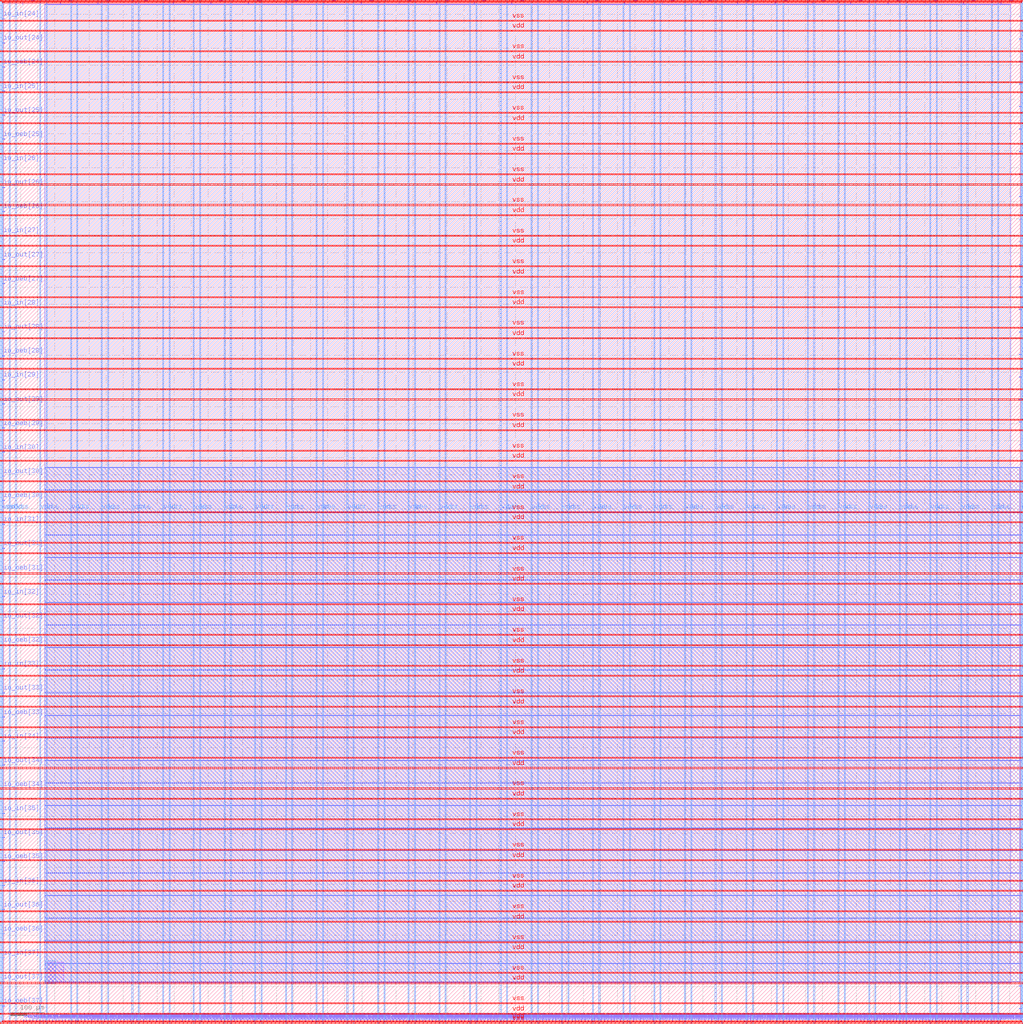
<source format=lef>
VERSION 5.7 ;
  NOWIREEXTENSIONATPIN ON ;
  DIVIDERCHAR "/" ;
  BUSBITCHARS "[]" ;
MACRO user_project_wrapper
  CLASS BLOCK ;
  FOREIGN user_project_wrapper ;
  ORIGIN 0.000 0.000 ;
  SIZE 2980.200 BY 2980.200 ;
  PIN io_in[0]
    DIRECTION INPUT ;
    USE SIGNAL ;
    PORT
      LAYER Metal3 ;
        RECT 2977.800 35.560 2985.000 36.680 ;
    END
  END io_in[0]
  PIN io_in[10]
    DIRECTION INPUT ;
    USE SIGNAL ;
    PORT
      LAYER Metal3 ;
        RECT 2977.800 2017.960 2985.000 2019.080 ;
    END
  END io_in[10]
  PIN io_in[11]
    DIRECTION INPUT ;
    USE SIGNAL ;
    PORT
      LAYER Metal3 ;
        RECT 2977.800 2216.200 2985.000 2217.320 ;
    END
  END io_in[11]
  PIN io_in[12]
    DIRECTION INPUT ;
    USE SIGNAL ;
    PORT
      LAYER Metal3 ;
        RECT 2977.800 2414.440 2985.000 2415.560 ;
    END
  END io_in[12]
  PIN io_in[13]
    DIRECTION INPUT ;
    USE SIGNAL ;
    PORT
      LAYER Metal3 ;
        RECT 2977.800 2612.680 2985.000 2613.800 ;
    END
  END io_in[13]
  PIN io_in[14]
    DIRECTION INPUT ;
    USE SIGNAL ;
    PORT
      LAYER Metal3 ;
        RECT 2977.800 2810.920 2985.000 2812.040 ;
    END
  END io_in[14]
  PIN io_in[15]
    DIRECTION INPUT ;
    USE SIGNAL ;
    PORT
      LAYER Metal2 ;
        RECT 2923.480 2977.800 2924.600 2985.000 ;
    END
  END io_in[15]
  PIN io_in[16]
    DIRECTION INPUT ;
    USE SIGNAL ;
    PORT
      LAYER Metal2 ;
        RECT 2592.520 2977.800 2593.640 2985.000 ;
    END
  END io_in[16]
  PIN io_in[17]
    DIRECTION INPUT ;
    USE SIGNAL ;
    PORT
      LAYER Metal2 ;
        RECT 2261.560 2977.800 2262.680 2985.000 ;
    END
  END io_in[17]
  PIN io_in[18]
    DIRECTION INPUT ;
    USE SIGNAL ;
    PORT
      LAYER Metal2 ;
        RECT 1930.600 2977.800 1931.720 2985.000 ;
    END
  END io_in[18]
  PIN io_in[19]
    DIRECTION INPUT ;
    USE SIGNAL ;
    PORT
      LAYER Metal2 ;
        RECT 1599.640 2977.800 1600.760 2985.000 ;
    END
  END io_in[19]
  PIN io_in[1]
    DIRECTION INPUT ;
    USE SIGNAL ;
    PORT
      LAYER Metal3 ;
        RECT 2977.800 233.800 2985.000 234.920 ;
    END
  END io_in[1]
  PIN io_in[20]
    DIRECTION INPUT ;
    USE SIGNAL ;
    PORT
      LAYER Metal2 ;
        RECT 1268.680 2977.800 1269.800 2985.000 ;
    END
  END io_in[20]
  PIN io_in[21]
    DIRECTION INPUT ;
    USE SIGNAL ;
    PORT
      LAYER Metal2 ;
        RECT 937.720 2977.800 938.840 2985.000 ;
    END
  END io_in[21]
  PIN io_in[22]
    DIRECTION INPUT ;
    USE SIGNAL ;
    PORT
      LAYER Metal2 ;
        RECT 606.760 2977.800 607.880 2985.000 ;
    END
  END io_in[22]
  PIN io_in[23]
    DIRECTION INPUT ;
    USE SIGNAL ;
    PORT
      LAYER Metal2 ;
        RECT 275.800 2977.800 276.920 2985.000 ;
    END
  END io_in[23]
  PIN io_in[24]
    DIRECTION INPUT ;
    USE SIGNAL ;
    PORT
      LAYER Metal3 ;
        RECT -4.800 2935.800 2.400 2936.920 ;
    END
  END io_in[24]
  PIN io_in[25]
    DIRECTION INPUT ;
    USE SIGNAL ;
    PORT
      LAYER Metal3 ;
        RECT -4.800 2724.120 2.400 2725.240 ;
    END
  END io_in[25]
  PIN io_in[26]
    DIRECTION INPUT ;
    USE SIGNAL ;
    PORT
      LAYER Metal3 ;
        RECT -4.800 2512.440 2.400 2513.560 ;
    END
  END io_in[26]
  PIN io_in[27]
    DIRECTION INPUT ;
    USE SIGNAL ;
    PORT
      LAYER Metal3 ;
        RECT -4.800 2300.760 2.400 2301.880 ;
    END
  END io_in[27]
  PIN io_in[28]
    DIRECTION INPUT ;
    USE SIGNAL ;
    PORT
      LAYER Metal3 ;
        RECT -4.800 2089.080 2.400 2090.200 ;
    END
  END io_in[28]
  PIN io_in[29]
    DIRECTION INPUT ;
    USE SIGNAL ;
    PORT
      LAYER Metal3 ;
        RECT -4.800 1877.400 2.400 1878.520 ;
    END
  END io_in[29]
  PIN io_in[2]
    DIRECTION INPUT ;
    USE SIGNAL ;
    PORT
      LAYER Metal3 ;
        RECT 2977.800 432.040 2985.000 433.160 ;
    END
  END io_in[2]
  PIN io_in[30]
    DIRECTION INPUT ;
    USE SIGNAL ;
    PORT
      LAYER Metal3 ;
        RECT -4.800 1665.720 2.400 1666.840 ;
    END
  END io_in[30]
  PIN io_in[31]
    DIRECTION INPUT ;
    USE SIGNAL ;
    PORT
      LAYER Metal3 ;
        RECT -4.800 1454.040 2.400 1455.160 ;
    END
  END io_in[31]
  PIN io_in[32]
    DIRECTION INPUT ;
    USE SIGNAL ;
    PORT
      LAYER Metal3 ;
        RECT -4.800 1242.360 2.400 1243.480 ;
    END
  END io_in[32]
  PIN io_in[33]
    DIRECTION INPUT ;
    USE SIGNAL ;
    PORT
      LAYER Metal3 ;
        RECT -4.800 1030.680 2.400 1031.800 ;
    END
  END io_in[33]
  PIN io_in[34]
    DIRECTION INPUT ;
    USE SIGNAL ;
    PORT
      LAYER Metal3 ;
        RECT -4.800 819.000 2.400 820.120 ;
    END
  END io_in[34]
  PIN io_in[35]
    DIRECTION INPUT ;
    USE SIGNAL ;
    PORT
      LAYER Metal3 ;
        RECT -4.800 607.320 2.400 608.440 ;
    END
  END io_in[35]
  PIN io_in[36]
    DIRECTION INPUT ;
    USE SIGNAL ;
    PORT
      LAYER Metal3 ;
        RECT -4.800 395.640 2.400 396.760 ;
    END
  END io_in[36]
  PIN io_in[37]
    DIRECTION INPUT ;
    USE SIGNAL ;
    PORT
      LAYER Metal3 ;
        RECT -4.800 183.960 2.400 185.080 ;
    END
  END io_in[37]
  PIN io_in[3]
    DIRECTION INPUT ;
    USE SIGNAL ;
    PORT
      LAYER Metal3 ;
        RECT 2977.800 630.280 2985.000 631.400 ;
    END
  END io_in[3]
  PIN io_in[4]
    DIRECTION INPUT ;
    USE SIGNAL ;
    PORT
      LAYER Metal3 ;
        RECT 2977.800 828.520 2985.000 829.640 ;
    END
  END io_in[4]
  PIN io_in[5]
    DIRECTION INPUT ;
    USE SIGNAL ;
    PORT
      LAYER Metal3 ;
        RECT 2977.800 1026.760 2985.000 1027.880 ;
    END
  END io_in[5]
  PIN io_in[6]
    DIRECTION INPUT ;
    USE SIGNAL ;
    PORT
      LAYER Metal3 ;
        RECT 2977.800 1225.000 2985.000 1226.120 ;
    END
  END io_in[6]
  PIN io_in[7]
    DIRECTION INPUT ;
    USE SIGNAL ;
    PORT
      LAYER Metal3 ;
        RECT 2977.800 1423.240 2985.000 1424.360 ;
    END
  END io_in[7]
  PIN io_in[8]
    DIRECTION INPUT ;
    USE SIGNAL ;
    PORT
      LAYER Metal3 ;
        RECT 2977.800 1621.480 2985.000 1622.600 ;
    END
  END io_in[8]
  PIN io_in[9]
    DIRECTION INPUT ;
    USE SIGNAL ;
    PORT
      LAYER Metal3 ;
        RECT 2977.800 1819.720 2985.000 1820.840 ;
    END
  END io_in[9]
  PIN io_oeb[0]
    DIRECTION OUTPUT TRISTATE ;
    USE SIGNAL ;
    PORT
      LAYER Metal3 ;
        RECT 2977.800 167.720 2985.000 168.840 ;
    END
  END io_oeb[0]
  PIN io_oeb[10]
    DIRECTION OUTPUT TRISTATE ;
    USE SIGNAL ;
    PORT
      LAYER Metal3 ;
        RECT 2977.800 2150.120 2985.000 2151.240 ;
    END
  END io_oeb[10]
  PIN io_oeb[11]
    DIRECTION OUTPUT TRISTATE ;
    USE SIGNAL ;
    PORT
      LAYER Metal3 ;
        RECT 2977.800 2348.360 2985.000 2349.480 ;
    END
  END io_oeb[11]
  PIN io_oeb[12]
    DIRECTION OUTPUT TRISTATE ;
    USE SIGNAL ;
    PORT
      LAYER Metal3 ;
        RECT 2977.800 2546.600 2985.000 2547.720 ;
    END
  END io_oeb[12]
  PIN io_oeb[13]
    DIRECTION OUTPUT TRISTATE ;
    USE SIGNAL ;
    PORT
      LAYER Metal3 ;
        RECT 2977.800 2744.840 2985.000 2745.960 ;
    END
  END io_oeb[13]
  PIN io_oeb[14]
    DIRECTION OUTPUT TRISTATE ;
    USE SIGNAL ;
    PORT
      LAYER Metal3 ;
        RECT 2977.800 2943.080 2985.000 2944.200 ;
    END
  END io_oeb[14]
  PIN io_oeb[15]
    DIRECTION OUTPUT TRISTATE ;
    USE SIGNAL ;
    PORT
      LAYER Metal2 ;
        RECT 2702.840 2977.800 2703.960 2985.000 ;
    END
  END io_oeb[15]
  PIN io_oeb[16]
    DIRECTION OUTPUT TRISTATE ;
    USE SIGNAL ;
    PORT
      LAYER Metal2 ;
        RECT 2371.880 2977.800 2373.000 2985.000 ;
    END
  END io_oeb[16]
  PIN io_oeb[17]
    DIRECTION OUTPUT TRISTATE ;
    USE SIGNAL ;
    PORT
      LAYER Metal2 ;
        RECT 2040.920 2977.800 2042.040 2985.000 ;
    END
  END io_oeb[17]
  PIN io_oeb[18]
    DIRECTION OUTPUT TRISTATE ;
    USE SIGNAL ;
    PORT
      LAYER Metal2 ;
        RECT 1709.960 2977.800 1711.080 2985.000 ;
    END
  END io_oeb[18]
  PIN io_oeb[19]
    DIRECTION OUTPUT TRISTATE ;
    USE SIGNAL ;
    PORT
      LAYER Metal2 ;
        RECT 1379.000 2977.800 1380.120 2985.000 ;
    END
  END io_oeb[19]
  PIN io_oeb[1]
    DIRECTION OUTPUT TRISTATE ;
    USE SIGNAL ;
    PORT
      LAYER Metal3 ;
        RECT 2977.800 365.960 2985.000 367.080 ;
    END
  END io_oeb[1]
  PIN io_oeb[20]
    DIRECTION OUTPUT TRISTATE ;
    USE SIGNAL ;
    PORT
      LAYER Metal2 ;
        RECT 1048.040 2977.800 1049.160 2985.000 ;
    END
  END io_oeb[20]
  PIN io_oeb[21]
    DIRECTION OUTPUT TRISTATE ;
    USE SIGNAL ;
    PORT
      LAYER Metal2 ;
        RECT 717.080 2977.800 718.200 2985.000 ;
    END
  END io_oeb[21]
  PIN io_oeb[22]
    DIRECTION OUTPUT TRISTATE ;
    USE SIGNAL ;
    PORT
      LAYER Metal2 ;
        RECT 386.120 2977.800 387.240 2985.000 ;
    END
  END io_oeb[22]
  PIN io_oeb[23]
    DIRECTION OUTPUT TRISTATE ;
    USE SIGNAL ;
    PORT
      LAYER Metal2 ;
        RECT 55.160 2977.800 56.280 2985.000 ;
    END
  END io_oeb[23]
  PIN io_oeb[24]
    DIRECTION OUTPUT TRISTATE ;
    USE SIGNAL ;
    PORT
      LAYER Metal3 ;
        RECT -4.800 2794.680 2.400 2795.800 ;
    END
  END io_oeb[24]
  PIN io_oeb[25]
    DIRECTION OUTPUT TRISTATE ;
    USE SIGNAL ;
    PORT
      LAYER Metal3 ;
        RECT -4.800 2583.000 2.400 2584.120 ;
    END
  END io_oeb[25]
  PIN io_oeb[26]
    DIRECTION OUTPUT TRISTATE ;
    USE SIGNAL ;
    PORT
      LAYER Metal3 ;
        RECT -4.800 2371.320 2.400 2372.440 ;
    END
  END io_oeb[26]
  PIN io_oeb[27]
    DIRECTION OUTPUT TRISTATE ;
    USE SIGNAL ;
    PORT
      LAYER Metal3 ;
        RECT -4.800 2159.640 2.400 2160.760 ;
    END
  END io_oeb[27]
  PIN io_oeb[28]
    DIRECTION OUTPUT TRISTATE ;
    USE SIGNAL ;
    PORT
      LAYER Metal3 ;
        RECT -4.800 1947.960 2.400 1949.080 ;
    END
  END io_oeb[28]
  PIN io_oeb[29]
    DIRECTION OUTPUT TRISTATE ;
    USE SIGNAL ;
    PORT
      LAYER Metal3 ;
        RECT -4.800 1736.280 2.400 1737.400 ;
    END
  END io_oeb[29]
  PIN io_oeb[2]
    DIRECTION OUTPUT TRISTATE ;
    USE SIGNAL ;
    PORT
      LAYER Metal3 ;
        RECT 2977.800 564.200 2985.000 565.320 ;
    END
  END io_oeb[2]
  PIN io_oeb[30]
    DIRECTION OUTPUT TRISTATE ;
    USE SIGNAL ;
    PORT
      LAYER Metal3 ;
        RECT -4.800 1524.600 2.400 1525.720 ;
    END
  END io_oeb[30]
  PIN io_oeb[31]
    DIRECTION OUTPUT TRISTATE ;
    USE SIGNAL ;
    PORT
      LAYER Metal3 ;
        RECT -4.800 1312.920 2.400 1314.040 ;
    END
  END io_oeb[31]
  PIN io_oeb[32]
    DIRECTION OUTPUT TRISTATE ;
    USE SIGNAL ;
    PORT
      LAYER Metal3 ;
        RECT -4.800 1101.240 2.400 1102.360 ;
    END
  END io_oeb[32]
  PIN io_oeb[33]
    DIRECTION OUTPUT TRISTATE ;
    USE SIGNAL ;
    PORT
      LAYER Metal3 ;
        RECT -4.800 889.560 2.400 890.680 ;
    END
  END io_oeb[33]
  PIN io_oeb[34]
    DIRECTION OUTPUT TRISTATE ;
    USE SIGNAL ;
    PORT
      LAYER Metal3 ;
        RECT -4.800 677.880 2.400 679.000 ;
    END
  END io_oeb[34]
  PIN io_oeb[35]
    DIRECTION OUTPUT TRISTATE ;
    USE SIGNAL ;
    PORT
      LAYER Metal3 ;
        RECT -4.800 466.200 2.400 467.320 ;
    END
  END io_oeb[35]
  PIN io_oeb[36]
    DIRECTION OUTPUT TRISTATE ;
    USE SIGNAL ;
    PORT
      LAYER Metal3 ;
        RECT -4.800 254.520 2.400 255.640 ;
    END
  END io_oeb[36]
  PIN io_oeb[37]
    DIRECTION OUTPUT TRISTATE ;
    USE SIGNAL ;
    PORT
      LAYER Metal3 ;
        RECT -4.800 42.840 2.400 43.960 ;
    END
  END io_oeb[37]
  PIN io_oeb[3]
    DIRECTION OUTPUT TRISTATE ;
    USE SIGNAL ;
    PORT
      LAYER Metal3 ;
        RECT 2977.800 762.440 2985.000 763.560 ;
    END
  END io_oeb[3]
  PIN io_oeb[4]
    DIRECTION OUTPUT TRISTATE ;
    USE SIGNAL ;
    PORT
      LAYER Metal3 ;
        RECT 2977.800 960.680 2985.000 961.800 ;
    END
  END io_oeb[4]
  PIN io_oeb[5]
    DIRECTION OUTPUT TRISTATE ;
    USE SIGNAL ;
    PORT
      LAYER Metal3 ;
        RECT 2977.800 1158.920 2985.000 1160.040 ;
    END
  END io_oeb[5]
  PIN io_oeb[6]
    DIRECTION OUTPUT TRISTATE ;
    USE SIGNAL ;
    PORT
      LAYER Metal3 ;
        RECT 2977.800 1357.160 2985.000 1358.280 ;
    END
  END io_oeb[6]
  PIN io_oeb[7]
    DIRECTION OUTPUT TRISTATE ;
    USE SIGNAL ;
    PORT
      LAYER Metal3 ;
        RECT 2977.800 1555.400 2985.000 1556.520 ;
    END
  END io_oeb[7]
  PIN io_oeb[8]
    DIRECTION OUTPUT TRISTATE ;
    USE SIGNAL ;
    PORT
      LAYER Metal3 ;
        RECT 2977.800 1753.640 2985.000 1754.760 ;
    END
  END io_oeb[8]
  PIN io_oeb[9]
    DIRECTION OUTPUT TRISTATE ;
    USE SIGNAL ;
    PORT
      LAYER Metal3 ;
        RECT 2977.800 1951.880 2985.000 1953.000 ;
    END
  END io_oeb[9]
  PIN io_out[0]
    DIRECTION OUTPUT TRISTATE ;
    USE SIGNAL ;
    PORT
      LAYER Metal3 ;
        RECT 2977.800 101.640 2985.000 102.760 ;
    END
  END io_out[0]
  PIN io_out[10]
    DIRECTION OUTPUT TRISTATE ;
    USE SIGNAL ;
    PORT
      LAYER Metal3 ;
        RECT 2977.800 2084.040 2985.000 2085.160 ;
    END
  END io_out[10]
  PIN io_out[11]
    DIRECTION OUTPUT TRISTATE ;
    USE SIGNAL ;
    PORT
      LAYER Metal3 ;
        RECT 2977.800 2282.280 2985.000 2283.400 ;
    END
  END io_out[11]
  PIN io_out[12]
    DIRECTION OUTPUT TRISTATE ;
    USE SIGNAL ;
    PORT
      LAYER Metal3 ;
        RECT 2977.800 2480.520 2985.000 2481.640 ;
    END
  END io_out[12]
  PIN io_out[13]
    DIRECTION OUTPUT TRISTATE ;
    USE SIGNAL ;
    PORT
      LAYER Metal3 ;
        RECT 2977.800 2678.760 2985.000 2679.880 ;
    END
  END io_out[13]
  PIN io_out[14]
    DIRECTION OUTPUT TRISTATE ;
    USE SIGNAL ;
    PORT
      LAYER Metal3 ;
        RECT 2977.800 2877.000 2985.000 2878.120 ;
    END
  END io_out[14]
  PIN io_out[15]
    DIRECTION OUTPUT TRISTATE ;
    USE SIGNAL ;
    PORT
      LAYER Metal2 ;
        RECT 2813.160 2977.800 2814.280 2985.000 ;
    END
  END io_out[15]
  PIN io_out[16]
    DIRECTION OUTPUT TRISTATE ;
    USE SIGNAL ;
    PORT
      LAYER Metal2 ;
        RECT 2482.200 2977.800 2483.320 2985.000 ;
    END
  END io_out[16]
  PIN io_out[17]
    DIRECTION OUTPUT TRISTATE ;
    USE SIGNAL ;
    PORT
      LAYER Metal2 ;
        RECT 2151.240 2977.800 2152.360 2985.000 ;
    END
  END io_out[17]
  PIN io_out[18]
    DIRECTION OUTPUT TRISTATE ;
    USE SIGNAL ;
    PORT
      LAYER Metal2 ;
        RECT 1820.280 2977.800 1821.400 2985.000 ;
    END
  END io_out[18]
  PIN io_out[19]
    DIRECTION OUTPUT TRISTATE ;
    USE SIGNAL ;
    PORT
      LAYER Metal2 ;
        RECT 1489.320 2977.800 1490.440 2985.000 ;
    END
  END io_out[19]
  PIN io_out[1]
    DIRECTION OUTPUT TRISTATE ;
    USE SIGNAL ;
    PORT
      LAYER Metal3 ;
        RECT 2977.800 299.880 2985.000 301.000 ;
    END
  END io_out[1]
  PIN io_out[20]
    DIRECTION OUTPUT TRISTATE ;
    USE SIGNAL ;
    PORT
      LAYER Metal2 ;
        RECT 1158.360 2977.800 1159.480 2985.000 ;
    END
  END io_out[20]
  PIN io_out[21]
    DIRECTION OUTPUT TRISTATE ;
    USE SIGNAL ;
    PORT
      LAYER Metal2 ;
        RECT 827.400 2977.800 828.520 2985.000 ;
    END
  END io_out[21]
  PIN io_out[22]
    DIRECTION OUTPUT TRISTATE ;
    USE SIGNAL ;
    PORT
      LAYER Metal2 ;
        RECT 496.440 2977.800 497.560 2985.000 ;
    END
  END io_out[22]
  PIN io_out[23]
    DIRECTION OUTPUT TRISTATE ;
    USE SIGNAL ;
    PORT
      LAYER Metal2 ;
        RECT 165.480 2977.800 166.600 2985.000 ;
    END
  END io_out[23]
  PIN io_out[24]
    DIRECTION OUTPUT TRISTATE ;
    USE SIGNAL ;
    PORT
      LAYER Metal3 ;
        RECT -4.800 2865.240 2.400 2866.360 ;
    END
  END io_out[24]
  PIN io_out[25]
    DIRECTION OUTPUT TRISTATE ;
    USE SIGNAL ;
    PORT
      LAYER Metal3 ;
        RECT -4.800 2653.560 2.400 2654.680 ;
    END
  END io_out[25]
  PIN io_out[26]
    DIRECTION OUTPUT TRISTATE ;
    USE SIGNAL ;
    PORT
      LAYER Metal3 ;
        RECT -4.800 2441.880 2.400 2443.000 ;
    END
  END io_out[26]
  PIN io_out[27]
    DIRECTION OUTPUT TRISTATE ;
    USE SIGNAL ;
    PORT
      LAYER Metal3 ;
        RECT -4.800 2230.200 2.400 2231.320 ;
    END
  END io_out[27]
  PIN io_out[28]
    DIRECTION OUTPUT TRISTATE ;
    USE SIGNAL ;
    PORT
      LAYER Metal3 ;
        RECT -4.800 2018.520 2.400 2019.640 ;
    END
  END io_out[28]
  PIN io_out[29]
    DIRECTION OUTPUT TRISTATE ;
    USE SIGNAL ;
    PORT
      LAYER Metal3 ;
        RECT -4.800 1806.840 2.400 1807.960 ;
    END
  END io_out[29]
  PIN io_out[2]
    DIRECTION OUTPUT TRISTATE ;
    USE SIGNAL ;
    PORT
      LAYER Metal3 ;
        RECT 2977.800 498.120 2985.000 499.240 ;
    END
  END io_out[2]
  PIN io_out[30]
    DIRECTION OUTPUT TRISTATE ;
    USE SIGNAL ;
    PORT
      LAYER Metal3 ;
        RECT -4.800 1595.160 2.400 1596.280 ;
    END
  END io_out[30]
  PIN io_out[31]
    DIRECTION OUTPUT TRISTATE ;
    USE SIGNAL ;
    PORT
      LAYER Metal3 ;
        RECT -4.800 1383.480 2.400 1384.600 ;
    END
  END io_out[31]
  PIN io_out[32]
    DIRECTION OUTPUT TRISTATE ;
    USE SIGNAL ;
    PORT
      LAYER Metal3 ;
        RECT -4.800 1171.800 2.400 1172.920 ;
    END
  END io_out[32]
  PIN io_out[33]
    DIRECTION OUTPUT TRISTATE ;
    USE SIGNAL ;
    PORT
      LAYER Metal3 ;
        RECT -4.800 960.120 2.400 961.240 ;
    END
  END io_out[33]
  PIN io_out[34]
    DIRECTION OUTPUT TRISTATE ;
    USE SIGNAL ;
    PORT
      LAYER Metal3 ;
        RECT -4.800 748.440 2.400 749.560 ;
    END
  END io_out[34]
  PIN io_out[35]
    DIRECTION OUTPUT TRISTATE ;
    USE SIGNAL ;
    PORT
      LAYER Metal3 ;
        RECT -4.800 536.760 2.400 537.880 ;
    END
  END io_out[35]
  PIN io_out[36]
    DIRECTION OUTPUT TRISTATE ;
    USE SIGNAL ;
    PORT
      LAYER Metal3 ;
        RECT -4.800 325.080 2.400 326.200 ;
    END
  END io_out[36]
  PIN io_out[37]
    DIRECTION OUTPUT TRISTATE ;
    USE SIGNAL ;
    PORT
      LAYER Metal3 ;
        RECT -4.800 113.400 2.400 114.520 ;
    END
  END io_out[37]
  PIN io_out[3]
    DIRECTION OUTPUT TRISTATE ;
    USE SIGNAL ;
    PORT
      LAYER Metal3 ;
        RECT 2977.800 696.360 2985.000 697.480 ;
    END
  END io_out[3]
  PIN io_out[4]
    DIRECTION OUTPUT TRISTATE ;
    USE SIGNAL ;
    PORT
      LAYER Metal3 ;
        RECT 2977.800 894.600 2985.000 895.720 ;
    END
  END io_out[4]
  PIN io_out[5]
    DIRECTION OUTPUT TRISTATE ;
    USE SIGNAL ;
    PORT
      LAYER Metal3 ;
        RECT 2977.800 1092.840 2985.000 1093.960 ;
    END
  END io_out[5]
  PIN io_out[6]
    DIRECTION OUTPUT TRISTATE ;
    USE SIGNAL ;
    PORT
      LAYER Metal3 ;
        RECT 2977.800 1291.080 2985.000 1292.200 ;
    END
  END io_out[6]
  PIN io_out[7]
    DIRECTION OUTPUT TRISTATE ;
    USE SIGNAL ;
    PORT
      LAYER Metal3 ;
        RECT 2977.800 1489.320 2985.000 1490.440 ;
    END
  END io_out[7]
  PIN io_out[8]
    DIRECTION OUTPUT TRISTATE ;
    USE SIGNAL ;
    PORT
      LAYER Metal3 ;
        RECT 2977.800 1687.560 2985.000 1688.680 ;
    END
  END io_out[8]
  PIN io_out[9]
    DIRECTION OUTPUT TRISTATE ;
    USE SIGNAL ;
    PORT
      LAYER Metal3 ;
        RECT 2977.800 1885.800 2985.000 1886.920 ;
    END
  END io_out[9]
  PIN la_data_in[0]
    DIRECTION INPUT ;
    USE SIGNAL ;
    PORT
      LAYER Metal2 ;
        RECT 1065.960 -4.800 1067.080 2.400 ;
    END
  END la_data_in[0]
  PIN la_data_in[10]
    DIRECTION INPUT ;
    USE SIGNAL ;
    PORT
      LAYER Metal2 ;
        RECT 1351.560 -4.800 1352.680 2.400 ;
    END
  END la_data_in[10]
  PIN la_data_in[11]
    DIRECTION INPUT ;
    USE SIGNAL ;
    PORT
      LAYER Metal2 ;
        RECT 1380.120 -4.800 1381.240 2.400 ;
    END
  END la_data_in[11]
  PIN la_data_in[12]
    DIRECTION INPUT ;
    USE SIGNAL ;
    PORT
      LAYER Metal2 ;
        RECT 1408.680 -4.800 1409.800 2.400 ;
    END
  END la_data_in[12]
  PIN la_data_in[13]
    DIRECTION INPUT ;
    USE SIGNAL ;
    PORT
      LAYER Metal2 ;
        RECT 1437.240 -4.800 1438.360 2.400 ;
    END
  END la_data_in[13]
  PIN la_data_in[14]
    DIRECTION INPUT ;
    USE SIGNAL ;
    PORT
      LAYER Metal2 ;
        RECT 1465.800 -4.800 1466.920 2.400 ;
    END
  END la_data_in[14]
  PIN la_data_in[15]
    DIRECTION INPUT ;
    USE SIGNAL ;
    PORT
      LAYER Metal2 ;
        RECT 1494.360 -4.800 1495.480 2.400 ;
    END
  END la_data_in[15]
  PIN la_data_in[16]
    DIRECTION INPUT ;
    USE SIGNAL ;
    PORT
      LAYER Metal2 ;
        RECT 1522.920 -4.800 1524.040 2.400 ;
    END
  END la_data_in[16]
  PIN la_data_in[17]
    DIRECTION INPUT ;
    USE SIGNAL ;
    PORT
      LAYER Metal2 ;
        RECT 1551.480 -4.800 1552.600 2.400 ;
    END
  END la_data_in[17]
  PIN la_data_in[18]
    DIRECTION INPUT ;
    USE SIGNAL ;
    PORT
      LAYER Metal2 ;
        RECT 1580.040 -4.800 1581.160 2.400 ;
    END
  END la_data_in[18]
  PIN la_data_in[19]
    DIRECTION INPUT ;
    USE SIGNAL ;
    PORT
      LAYER Metal2 ;
        RECT 1608.600 -4.800 1609.720 2.400 ;
    END
  END la_data_in[19]
  PIN la_data_in[1]
    DIRECTION INPUT ;
    USE SIGNAL ;
    PORT
      LAYER Metal2 ;
        RECT 1094.520 -4.800 1095.640 2.400 ;
    END
  END la_data_in[1]
  PIN la_data_in[20]
    DIRECTION INPUT ;
    USE SIGNAL ;
    PORT
      LAYER Metal2 ;
        RECT 1637.160 -4.800 1638.280 2.400 ;
    END
  END la_data_in[20]
  PIN la_data_in[21]
    DIRECTION INPUT ;
    USE SIGNAL ;
    PORT
      LAYER Metal2 ;
        RECT 1665.720 -4.800 1666.840 2.400 ;
    END
  END la_data_in[21]
  PIN la_data_in[22]
    DIRECTION INPUT ;
    USE SIGNAL ;
    PORT
      LAYER Metal2 ;
        RECT 1694.280 -4.800 1695.400 2.400 ;
    END
  END la_data_in[22]
  PIN la_data_in[23]
    DIRECTION INPUT ;
    USE SIGNAL ;
    PORT
      LAYER Metal2 ;
        RECT 1722.840 -4.800 1723.960 2.400 ;
    END
  END la_data_in[23]
  PIN la_data_in[24]
    DIRECTION INPUT ;
    USE SIGNAL ;
    PORT
      LAYER Metal2 ;
        RECT 1751.400 -4.800 1752.520 2.400 ;
    END
  END la_data_in[24]
  PIN la_data_in[25]
    DIRECTION INPUT ;
    USE SIGNAL ;
    PORT
      LAYER Metal2 ;
        RECT 1779.960 -4.800 1781.080 2.400 ;
    END
  END la_data_in[25]
  PIN la_data_in[26]
    DIRECTION INPUT ;
    USE SIGNAL ;
    PORT
      LAYER Metal2 ;
        RECT 1808.520 -4.800 1809.640 2.400 ;
    END
  END la_data_in[26]
  PIN la_data_in[27]
    DIRECTION INPUT ;
    USE SIGNAL ;
    PORT
      LAYER Metal2 ;
        RECT 1837.080 -4.800 1838.200 2.400 ;
    END
  END la_data_in[27]
  PIN la_data_in[28]
    DIRECTION INPUT ;
    USE SIGNAL ;
    PORT
      LAYER Metal2 ;
        RECT 1865.640 -4.800 1866.760 2.400 ;
    END
  END la_data_in[28]
  PIN la_data_in[29]
    DIRECTION INPUT ;
    USE SIGNAL ;
    PORT
      LAYER Metal2 ;
        RECT 1894.200 -4.800 1895.320 2.400 ;
    END
  END la_data_in[29]
  PIN la_data_in[2]
    DIRECTION INPUT ;
    USE SIGNAL ;
    PORT
      LAYER Metal2 ;
        RECT 1123.080 -4.800 1124.200 2.400 ;
    END
  END la_data_in[2]
  PIN la_data_in[30]
    DIRECTION INPUT ;
    USE SIGNAL ;
    PORT
      LAYER Metal2 ;
        RECT 1922.760 -4.800 1923.880 2.400 ;
    END
  END la_data_in[30]
  PIN la_data_in[31]
    DIRECTION INPUT ;
    USE SIGNAL ;
    PORT
      LAYER Metal2 ;
        RECT 1951.320 -4.800 1952.440 2.400 ;
    END
  END la_data_in[31]
  PIN la_data_in[32]
    DIRECTION INPUT ;
    USE SIGNAL ;
    PORT
      LAYER Metal2 ;
        RECT 1979.880 -4.800 1981.000 2.400 ;
    END
  END la_data_in[32]
  PIN la_data_in[33]
    DIRECTION INPUT ;
    USE SIGNAL ;
    PORT
      LAYER Metal2 ;
        RECT 2008.440 -4.800 2009.560 2.400 ;
    END
  END la_data_in[33]
  PIN la_data_in[34]
    DIRECTION INPUT ;
    USE SIGNAL ;
    PORT
      LAYER Metal2 ;
        RECT 2037.000 -4.800 2038.120 2.400 ;
    END
  END la_data_in[34]
  PIN la_data_in[35]
    DIRECTION INPUT ;
    USE SIGNAL ;
    PORT
      LAYER Metal2 ;
        RECT 2065.560 -4.800 2066.680 2.400 ;
    END
  END la_data_in[35]
  PIN la_data_in[36]
    DIRECTION INPUT ;
    USE SIGNAL ;
    PORT
      LAYER Metal2 ;
        RECT 2094.120 -4.800 2095.240 2.400 ;
    END
  END la_data_in[36]
  PIN la_data_in[37]
    DIRECTION INPUT ;
    USE SIGNAL ;
    PORT
      LAYER Metal2 ;
        RECT 2122.680 -4.800 2123.800 2.400 ;
    END
  END la_data_in[37]
  PIN la_data_in[38]
    DIRECTION INPUT ;
    USE SIGNAL ;
    PORT
      LAYER Metal2 ;
        RECT 2151.240 -4.800 2152.360 2.400 ;
    END
  END la_data_in[38]
  PIN la_data_in[39]
    DIRECTION INPUT ;
    USE SIGNAL ;
    PORT
      LAYER Metal2 ;
        RECT 2179.800 -4.800 2180.920 2.400 ;
    END
  END la_data_in[39]
  PIN la_data_in[3]
    DIRECTION INPUT ;
    USE SIGNAL ;
    PORT
      LAYER Metal2 ;
        RECT 1151.640 -4.800 1152.760 2.400 ;
    END
  END la_data_in[3]
  PIN la_data_in[40]
    DIRECTION INPUT ;
    USE SIGNAL ;
    PORT
      LAYER Metal2 ;
        RECT 2208.360 -4.800 2209.480 2.400 ;
    END
  END la_data_in[40]
  PIN la_data_in[41]
    DIRECTION INPUT ;
    USE SIGNAL ;
    PORT
      LAYER Metal2 ;
        RECT 2236.920 -4.800 2238.040 2.400 ;
    END
  END la_data_in[41]
  PIN la_data_in[42]
    DIRECTION INPUT ;
    USE SIGNAL ;
    PORT
      LAYER Metal2 ;
        RECT 2265.480 -4.800 2266.600 2.400 ;
    END
  END la_data_in[42]
  PIN la_data_in[43]
    DIRECTION INPUT ;
    USE SIGNAL ;
    PORT
      LAYER Metal2 ;
        RECT 2294.040 -4.800 2295.160 2.400 ;
    END
  END la_data_in[43]
  PIN la_data_in[44]
    DIRECTION INPUT ;
    USE SIGNAL ;
    PORT
      LAYER Metal2 ;
        RECT 2322.600 -4.800 2323.720 2.400 ;
    END
  END la_data_in[44]
  PIN la_data_in[45]
    DIRECTION INPUT ;
    USE SIGNAL ;
    PORT
      LAYER Metal2 ;
        RECT 2351.160 -4.800 2352.280 2.400 ;
    END
  END la_data_in[45]
  PIN la_data_in[46]
    DIRECTION INPUT ;
    USE SIGNAL ;
    PORT
      LAYER Metal2 ;
        RECT 2379.720 -4.800 2380.840 2.400 ;
    END
  END la_data_in[46]
  PIN la_data_in[47]
    DIRECTION INPUT ;
    USE SIGNAL ;
    PORT
      LAYER Metal2 ;
        RECT 2408.280 -4.800 2409.400 2.400 ;
    END
  END la_data_in[47]
  PIN la_data_in[48]
    DIRECTION INPUT ;
    USE SIGNAL ;
    PORT
      LAYER Metal2 ;
        RECT 2436.840 -4.800 2437.960 2.400 ;
    END
  END la_data_in[48]
  PIN la_data_in[49]
    DIRECTION INPUT ;
    USE SIGNAL ;
    PORT
      LAYER Metal2 ;
        RECT 2465.400 -4.800 2466.520 2.400 ;
    END
  END la_data_in[49]
  PIN la_data_in[4]
    DIRECTION INPUT ;
    USE SIGNAL ;
    PORT
      LAYER Metal2 ;
        RECT 1180.200 -4.800 1181.320 2.400 ;
    END
  END la_data_in[4]
  PIN la_data_in[50]
    DIRECTION INPUT ;
    USE SIGNAL ;
    PORT
      LAYER Metal2 ;
        RECT 2493.960 -4.800 2495.080 2.400 ;
    END
  END la_data_in[50]
  PIN la_data_in[51]
    DIRECTION INPUT ;
    USE SIGNAL ;
    PORT
      LAYER Metal2 ;
        RECT 2522.520 -4.800 2523.640 2.400 ;
    END
  END la_data_in[51]
  PIN la_data_in[52]
    DIRECTION INPUT ;
    USE SIGNAL ;
    PORT
      LAYER Metal2 ;
        RECT 2551.080 -4.800 2552.200 2.400 ;
    END
  END la_data_in[52]
  PIN la_data_in[53]
    DIRECTION INPUT ;
    USE SIGNAL ;
    PORT
      LAYER Metal2 ;
        RECT 2579.640 -4.800 2580.760 2.400 ;
    END
  END la_data_in[53]
  PIN la_data_in[54]
    DIRECTION INPUT ;
    USE SIGNAL ;
    PORT
      LAYER Metal2 ;
        RECT 2608.200 -4.800 2609.320 2.400 ;
    END
  END la_data_in[54]
  PIN la_data_in[55]
    DIRECTION INPUT ;
    USE SIGNAL ;
    PORT
      LAYER Metal2 ;
        RECT 2636.760 -4.800 2637.880 2.400 ;
    END
  END la_data_in[55]
  PIN la_data_in[56]
    DIRECTION INPUT ;
    USE SIGNAL ;
    PORT
      LAYER Metal2 ;
        RECT 2665.320 -4.800 2666.440 2.400 ;
    END
  END la_data_in[56]
  PIN la_data_in[57]
    DIRECTION INPUT ;
    USE SIGNAL ;
    PORT
      LAYER Metal2 ;
        RECT 2693.880 -4.800 2695.000 2.400 ;
    END
  END la_data_in[57]
  PIN la_data_in[58]
    DIRECTION INPUT ;
    USE SIGNAL ;
    PORT
      LAYER Metal2 ;
        RECT 2722.440 -4.800 2723.560 2.400 ;
    END
  END la_data_in[58]
  PIN la_data_in[59]
    DIRECTION INPUT ;
    USE SIGNAL ;
    PORT
      LAYER Metal2 ;
        RECT 2751.000 -4.800 2752.120 2.400 ;
    END
  END la_data_in[59]
  PIN la_data_in[5]
    DIRECTION INPUT ;
    USE SIGNAL ;
    PORT
      LAYER Metal2 ;
        RECT 1208.760 -4.800 1209.880 2.400 ;
    END
  END la_data_in[5]
  PIN la_data_in[60]
    DIRECTION INPUT ;
    USE SIGNAL ;
    PORT
      LAYER Metal2 ;
        RECT 2779.560 -4.800 2780.680 2.400 ;
    END
  END la_data_in[60]
  PIN la_data_in[61]
    DIRECTION INPUT ;
    USE SIGNAL ;
    PORT
      LAYER Metal2 ;
        RECT 2808.120 -4.800 2809.240 2.400 ;
    END
  END la_data_in[61]
  PIN la_data_in[62]
    DIRECTION INPUT ;
    USE SIGNAL ;
    PORT
      LAYER Metal2 ;
        RECT 2836.680 -4.800 2837.800 2.400 ;
    END
  END la_data_in[62]
  PIN la_data_in[63]
    DIRECTION INPUT ;
    USE SIGNAL ;
    PORT
      LAYER Metal2 ;
        RECT 2865.240 -4.800 2866.360 2.400 ;
    END
  END la_data_in[63]
  PIN la_data_in[6]
    DIRECTION INPUT ;
    USE SIGNAL ;
    PORT
      LAYER Metal2 ;
        RECT 1237.320 -4.800 1238.440 2.400 ;
    END
  END la_data_in[6]
  PIN la_data_in[7]
    DIRECTION INPUT ;
    USE SIGNAL ;
    PORT
      LAYER Metal2 ;
        RECT 1265.880 -4.800 1267.000 2.400 ;
    END
  END la_data_in[7]
  PIN la_data_in[8]
    DIRECTION INPUT ;
    USE SIGNAL ;
    PORT
      LAYER Metal2 ;
        RECT 1294.440 -4.800 1295.560 2.400 ;
    END
  END la_data_in[8]
  PIN la_data_in[9]
    DIRECTION INPUT ;
    USE SIGNAL ;
    PORT
      LAYER Metal2 ;
        RECT 1323.000 -4.800 1324.120 2.400 ;
    END
  END la_data_in[9]
  PIN la_data_out[0]
    DIRECTION OUTPUT TRISTATE ;
    USE SIGNAL ;
    PORT
      LAYER Metal2 ;
        RECT 1075.480 -4.800 1076.600 2.400 ;
    END
  END la_data_out[0]
  PIN la_data_out[10]
    DIRECTION OUTPUT TRISTATE ;
    USE SIGNAL ;
    PORT
      LAYER Metal2 ;
        RECT 1361.080 -4.800 1362.200 2.400 ;
    END
  END la_data_out[10]
  PIN la_data_out[11]
    DIRECTION OUTPUT TRISTATE ;
    USE SIGNAL ;
    PORT
      LAYER Metal2 ;
        RECT 1389.640 -4.800 1390.760 2.400 ;
    END
  END la_data_out[11]
  PIN la_data_out[12]
    DIRECTION OUTPUT TRISTATE ;
    USE SIGNAL ;
    PORT
      LAYER Metal2 ;
        RECT 1418.200 -4.800 1419.320 2.400 ;
    END
  END la_data_out[12]
  PIN la_data_out[13]
    DIRECTION OUTPUT TRISTATE ;
    USE SIGNAL ;
    PORT
      LAYER Metal2 ;
        RECT 1446.760 -4.800 1447.880 2.400 ;
    END
  END la_data_out[13]
  PIN la_data_out[14]
    DIRECTION OUTPUT TRISTATE ;
    USE SIGNAL ;
    PORT
      LAYER Metal2 ;
        RECT 1475.320 -4.800 1476.440 2.400 ;
    END
  END la_data_out[14]
  PIN la_data_out[15]
    DIRECTION OUTPUT TRISTATE ;
    USE SIGNAL ;
    PORT
      LAYER Metal2 ;
        RECT 1503.880 -4.800 1505.000 2.400 ;
    END
  END la_data_out[15]
  PIN la_data_out[16]
    DIRECTION OUTPUT TRISTATE ;
    USE SIGNAL ;
    PORT
      LAYER Metal2 ;
        RECT 1532.440 -4.800 1533.560 2.400 ;
    END
  END la_data_out[16]
  PIN la_data_out[17]
    DIRECTION OUTPUT TRISTATE ;
    USE SIGNAL ;
    PORT
      LAYER Metal2 ;
        RECT 1561.000 -4.800 1562.120 2.400 ;
    END
  END la_data_out[17]
  PIN la_data_out[18]
    DIRECTION OUTPUT TRISTATE ;
    USE SIGNAL ;
    PORT
      LAYER Metal2 ;
        RECT 1589.560 -4.800 1590.680 2.400 ;
    END
  END la_data_out[18]
  PIN la_data_out[19]
    DIRECTION OUTPUT TRISTATE ;
    USE SIGNAL ;
    PORT
      LAYER Metal2 ;
        RECT 1618.120 -4.800 1619.240 2.400 ;
    END
  END la_data_out[19]
  PIN la_data_out[1]
    DIRECTION OUTPUT TRISTATE ;
    USE SIGNAL ;
    PORT
      LAYER Metal2 ;
        RECT 1104.040 -4.800 1105.160 2.400 ;
    END
  END la_data_out[1]
  PIN la_data_out[20]
    DIRECTION OUTPUT TRISTATE ;
    USE SIGNAL ;
    PORT
      LAYER Metal2 ;
        RECT 1646.680 -4.800 1647.800 2.400 ;
    END
  END la_data_out[20]
  PIN la_data_out[21]
    DIRECTION OUTPUT TRISTATE ;
    USE SIGNAL ;
    PORT
      LAYER Metal2 ;
        RECT 1675.240 -4.800 1676.360 2.400 ;
    END
  END la_data_out[21]
  PIN la_data_out[22]
    DIRECTION OUTPUT TRISTATE ;
    USE SIGNAL ;
    PORT
      LAYER Metal2 ;
        RECT 1703.800 -4.800 1704.920 2.400 ;
    END
  END la_data_out[22]
  PIN la_data_out[23]
    DIRECTION OUTPUT TRISTATE ;
    USE SIGNAL ;
    PORT
      LAYER Metal2 ;
        RECT 1732.360 -4.800 1733.480 2.400 ;
    END
  END la_data_out[23]
  PIN la_data_out[24]
    DIRECTION OUTPUT TRISTATE ;
    USE SIGNAL ;
    PORT
      LAYER Metal2 ;
        RECT 1760.920 -4.800 1762.040 2.400 ;
    END
  END la_data_out[24]
  PIN la_data_out[25]
    DIRECTION OUTPUT TRISTATE ;
    USE SIGNAL ;
    PORT
      LAYER Metal2 ;
        RECT 1789.480 -4.800 1790.600 2.400 ;
    END
  END la_data_out[25]
  PIN la_data_out[26]
    DIRECTION OUTPUT TRISTATE ;
    USE SIGNAL ;
    PORT
      LAYER Metal2 ;
        RECT 1818.040 -4.800 1819.160 2.400 ;
    END
  END la_data_out[26]
  PIN la_data_out[27]
    DIRECTION OUTPUT TRISTATE ;
    USE SIGNAL ;
    PORT
      LAYER Metal2 ;
        RECT 1846.600 -4.800 1847.720 2.400 ;
    END
  END la_data_out[27]
  PIN la_data_out[28]
    DIRECTION OUTPUT TRISTATE ;
    USE SIGNAL ;
    PORT
      LAYER Metal2 ;
        RECT 1875.160 -4.800 1876.280 2.400 ;
    END
  END la_data_out[28]
  PIN la_data_out[29]
    DIRECTION OUTPUT TRISTATE ;
    USE SIGNAL ;
    PORT
      LAYER Metal2 ;
        RECT 1903.720 -4.800 1904.840 2.400 ;
    END
  END la_data_out[29]
  PIN la_data_out[2]
    DIRECTION OUTPUT TRISTATE ;
    USE SIGNAL ;
    PORT
      LAYER Metal2 ;
        RECT 1132.600 -4.800 1133.720 2.400 ;
    END
  END la_data_out[2]
  PIN la_data_out[30]
    DIRECTION OUTPUT TRISTATE ;
    USE SIGNAL ;
    PORT
      LAYER Metal2 ;
        RECT 1932.280 -4.800 1933.400 2.400 ;
    END
  END la_data_out[30]
  PIN la_data_out[31]
    DIRECTION OUTPUT TRISTATE ;
    USE SIGNAL ;
    PORT
      LAYER Metal2 ;
        RECT 1960.840 -4.800 1961.960 2.400 ;
    END
  END la_data_out[31]
  PIN la_data_out[32]
    DIRECTION OUTPUT TRISTATE ;
    USE SIGNAL ;
    PORT
      LAYER Metal2 ;
        RECT 1989.400 -4.800 1990.520 2.400 ;
    END
  END la_data_out[32]
  PIN la_data_out[33]
    DIRECTION OUTPUT TRISTATE ;
    USE SIGNAL ;
    PORT
      LAYER Metal2 ;
        RECT 2017.960 -4.800 2019.080 2.400 ;
    END
  END la_data_out[33]
  PIN la_data_out[34]
    DIRECTION OUTPUT TRISTATE ;
    USE SIGNAL ;
    PORT
      LAYER Metal2 ;
        RECT 2046.520 -4.800 2047.640 2.400 ;
    END
  END la_data_out[34]
  PIN la_data_out[35]
    DIRECTION OUTPUT TRISTATE ;
    USE SIGNAL ;
    PORT
      LAYER Metal2 ;
        RECT 2075.080 -4.800 2076.200 2.400 ;
    END
  END la_data_out[35]
  PIN la_data_out[36]
    DIRECTION OUTPUT TRISTATE ;
    USE SIGNAL ;
    PORT
      LAYER Metal2 ;
        RECT 2103.640 -4.800 2104.760 2.400 ;
    END
  END la_data_out[36]
  PIN la_data_out[37]
    DIRECTION OUTPUT TRISTATE ;
    USE SIGNAL ;
    PORT
      LAYER Metal2 ;
        RECT 2132.200 -4.800 2133.320 2.400 ;
    END
  END la_data_out[37]
  PIN la_data_out[38]
    DIRECTION OUTPUT TRISTATE ;
    USE SIGNAL ;
    PORT
      LAYER Metal2 ;
        RECT 2160.760 -4.800 2161.880 2.400 ;
    END
  END la_data_out[38]
  PIN la_data_out[39]
    DIRECTION OUTPUT TRISTATE ;
    USE SIGNAL ;
    PORT
      LAYER Metal2 ;
        RECT 2189.320 -4.800 2190.440 2.400 ;
    END
  END la_data_out[39]
  PIN la_data_out[3]
    DIRECTION OUTPUT TRISTATE ;
    USE SIGNAL ;
    PORT
      LAYER Metal2 ;
        RECT 1161.160 -4.800 1162.280 2.400 ;
    END
  END la_data_out[3]
  PIN la_data_out[40]
    DIRECTION OUTPUT TRISTATE ;
    USE SIGNAL ;
    PORT
      LAYER Metal2 ;
        RECT 2217.880 -4.800 2219.000 2.400 ;
    END
  END la_data_out[40]
  PIN la_data_out[41]
    DIRECTION OUTPUT TRISTATE ;
    USE SIGNAL ;
    PORT
      LAYER Metal2 ;
        RECT 2246.440 -4.800 2247.560 2.400 ;
    END
  END la_data_out[41]
  PIN la_data_out[42]
    DIRECTION OUTPUT TRISTATE ;
    USE SIGNAL ;
    PORT
      LAYER Metal2 ;
        RECT 2275.000 -4.800 2276.120 2.400 ;
    END
  END la_data_out[42]
  PIN la_data_out[43]
    DIRECTION OUTPUT TRISTATE ;
    USE SIGNAL ;
    PORT
      LAYER Metal2 ;
        RECT 2303.560 -4.800 2304.680 2.400 ;
    END
  END la_data_out[43]
  PIN la_data_out[44]
    DIRECTION OUTPUT TRISTATE ;
    USE SIGNAL ;
    PORT
      LAYER Metal2 ;
        RECT 2332.120 -4.800 2333.240 2.400 ;
    END
  END la_data_out[44]
  PIN la_data_out[45]
    DIRECTION OUTPUT TRISTATE ;
    USE SIGNAL ;
    PORT
      LAYER Metal2 ;
        RECT 2360.680 -4.800 2361.800 2.400 ;
    END
  END la_data_out[45]
  PIN la_data_out[46]
    DIRECTION OUTPUT TRISTATE ;
    USE SIGNAL ;
    PORT
      LAYER Metal2 ;
        RECT 2389.240 -4.800 2390.360 2.400 ;
    END
  END la_data_out[46]
  PIN la_data_out[47]
    DIRECTION OUTPUT TRISTATE ;
    USE SIGNAL ;
    PORT
      LAYER Metal2 ;
        RECT 2417.800 -4.800 2418.920 2.400 ;
    END
  END la_data_out[47]
  PIN la_data_out[48]
    DIRECTION OUTPUT TRISTATE ;
    USE SIGNAL ;
    PORT
      LAYER Metal2 ;
        RECT 2446.360 -4.800 2447.480 2.400 ;
    END
  END la_data_out[48]
  PIN la_data_out[49]
    DIRECTION OUTPUT TRISTATE ;
    USE SIGNAL ;
    PORT
      LAYER Metal2 ;
        RECT 2474.920 -4.800 2476.040 2.400 ;
    END
  END la_data_out[49]
  PIN la_data_out[4]
    DIRECTION OUTPUT TRISTATE ;
    USE SIGNAL ;
    PORT
      LAYER Metal2 ;
        RECT 1189.720 -4.800 1190.840 2.400 ;
    END
  END la_data_out[4]
  PIN la_data_out[50]
    DIRECTION OUTPUT TRISTATE ;
    USE SIGNAL ;
    PORT
      LAYER Metal2 ;
        RECT 2503.480 -4.800 2504.600 2.400 ;
    END
  END la_data_out[50]
  PIN la_data_out[51]
    DIRECTION OUTPUT TRISTATE ;
    USE SIGNAL ;
    PORT
      LAYER Metal2 ;
        RECT 2532.040 -4.800 2533.160 2.400 ;
    END
  END la_data_out[51]
  PIN la_data_out[52]
    DIRECTION OUTPUT TRISTATE ;
    USE SIGNAL ;
    PORT
      LAYER Metal2 ;
        RECT 2560.600 -4.800 2561.720 2.400 ;
    END
  END la_data_out[52]
  PIN la_data_out[53]
    DIRECTION OUTPUT TRISTATE ;
    USE SIGNAL ;
    PORT
      LAYER Metal2 ;
        RECT 2589.160 -4.800 2590.280 2.400 ;
    END
  END la_data_out[53]
  PIN la_data_out[54]
    DIRECTION OUTPUT TRISTATE ;
    USE SIGNAL ;
    PORT
      LAYER Metal2 ;
        RECT 2617.720 -4.800 2618.840 2.400 ;
    END
  END la_data_out[54]
  PIN la_data_out[55]
    DIRECTION OUTPUT TRISTATE ;
    USE SIGNAL ;
    PORT
      LAYER Metal2 ;
        RECT 2646.280 -4.800 2647.400 2.400 ;
    END
  END la_data_out[55]
  PIN la_data_out[56]
    DIRECTION OUTPUT TRISTATE ;
    USE SIGNAL ;
    PORT
      LAYER Metal2 ;
        RECT 2674.840 -4.800 2675.960 2.400 ;
    END
  END la_data_out[56]
  PIN la_data_out[57]
    DIRECTION OUTPUT TRISTATE ;
    USE SIGNAL ;
    PORT
      LAYER Metal2 ;
        RECT 2703.400 -4.800 2704.520 2.400 ;
    END
  END la_data_out[57]
  PIN la_data_out[58]
    DIRECTION OUTPUT TRISTATE ;
    USE SIGNAL ;
    PORT
      LAYER Metal2 ;
        RECT 2731.960 -4.800 2733.080 2.400 ;
    END
  END la_data_out[58]
  PIN la_data_out[59]
    DIRECTION OUTPUT TRISTATE ;
    USE SIGNAL ;
    PORT
      LAYER Metal2 ;
        RECT 2760.520 -4.800 2761.640 2.400 ;
    END
  END la_data_out[59]
  PIN la_data_out[5]
    DIRECTION OUTPUT TRISTATE ;
    USE SIGNAL ;
    PORT
      LAYER Metal2 ;
        RECT 1218.280 -4.800 1219.400 2.400 ;
    END
  END la_data_out[5]
  PIN la_data_out[60]
    DIRECTION OUTPUT TRISTATE ;
    USE SIGNAL ;
    PORT
      LAYER Metal2 ;
        RECT 2789.080 -4.800 2790.200 2.400 ;
    END
  END la_data_out[60]
  PIN la_data_out[61]
    DIRECTION OUTPUT TRISTATE ;
    USE SIGNAL ;
    PORT
      LAYER Metal2 ;
        RECT 2817.640 -4.800 2818.760 2.400 ;
    END
  END la_data_out[61]
  PIN la_data_out[62]
    DIRECTION OUTPUT TRISTATE ;
    USE SIGNAL ;
    PORT
      LAYER Metal2 ;
        RECT 2846.200 -4.800 2847.320 2.400 ;
    END
  END la_data_out[62]
  PIN la_data_out[63]
    DIRECTION OUTPUT TRISTATE ;
    USE SIGNAL ;
    PORT
      LAYER Metal2 ;
        RECT 2874.760 -4.800 2875.880 2.400 ;
    END
  END la_data_out[63]
  PIN la_data_out[6]
    DIRECTION OUTPUT TRISTATE ;
    USE SIGNAL ;
    PORT
      LAYER Metal2 ;
        RECT 1246.840 -4.800 1247.960 2.400 ;
    END
  END la_data_out[6]
  PIN la_data_out[7]
    DIRECTION OUTPUT TRISTATE ;
    USE SIGNAL ;
    PORT
      LAYER Metal2 ;
        RECT 1275.400 -4.800 1276.520 2.400 ;
    END
  END la_data_out[7]
  PIN la_data_out[8]
    DIRECTION OUTPUT TRISTATE ;
    USE SIGNAL ;
    PORT
      LAYER Metal2 ;
        RECT 1303.960 -4.800 1305.080 2.400 ;
    END
  END la_data_out[8]
  PIN la_data_out[9]
    DIRECTION OUTPUT TRISTATE ;
    USE SIGNAL ;
    PORT
      LAYER Metal2 ;
        RECT 1332.520 -4.800 1333.640 2.400 ;
    END
  END la_data_out[9]
  PIN la_oenb[0]
    DIRECTION INPUT ;
    USE SIGNAL ;
    PORT
      LAYER Metal2 ;
        RECT 1085.000 -4.800 1086.120 2.400 ;
    END
  END la_oenb[0]
  PIN la_oenb[10]
    DIRECTION INPUT ;
    USE SIGNAL ;
    PORT
      LAYER Metal2 ;
        RECT 1370.600 -4.800 1371.720 2.400 ;
    END
  END la_oenb[10]
  PIN la_oenb[11]
    DIRECTION INPUT ;
    USE SIGNAL ;
    PORT
      LAYER Metal2 ;
        RECT 1399.160 -4.800 1400.280 2.400 ;
    END
  END la_oenb[11]
  PIN la_oenb[12]
    DIRECTION INPUT ;
    USE SIGNAL ;
    PORT
      LAYER Metal2 ;
        RECT 1427.720 -4.800 1428.840 2.400 ;
    END
  END la_oenb[12]
  PIN la_oenb[13]
    DIRECTION INPUT ;
    USE SIGNAL ;
    PORT
      LAYER Metal2 ;
        RECT 1456.280 -4.800 1457.400 2.400 ;
    END
  END la_oenb[13]
  PIN la_oenb[14]
    DIRECTION INPUT ;
    USE SIGNAL ;
    PORT
      LAYER Metal2 ;
        RECT 1484.840 -4.800 1485.960 2.400 ;
    END
  END la_oenb[14]
  PIN la_oenb[15]
    DIRECTION INPUT ;
    USE SIGNAL ;
    PORT
      LAYER Metal2 ;
        RECT 1513.400 -4.800 1514.520 2.400 ;
    END
  END la_oenb[15]
  PIN la_oenb[16]
    DIRECTION INPUT ;
    USE SIGNAL ;
    PORT
      LAYER Metal2 ;
        RECT 1541.960 -4.800 1543.080 2.400 ;
    END
  END la_oenb[16]
  PIN la_oenb[17]
    DIRECTION INPUT ;
    USE SIGNAL ;
    PORT
      LAYER Metal2 ;
        RECT 1570.520 -4.800 1571.640 2.400 ;
    END
  END la_oenb[17]
  PIN la_oenb[18]
    DIRECTION INPUT ;
    USE SIGNAL ;
    PORT
      LAYER Metal2 ;
        RECT 1599.080 -4.800 1600.200 2.400 ;
    END
  END la_oenb[18]
  PIN la_oenb[19]
    DIRECTION INPUT ;
    USE SIGNAL ;
    PORT
      LAYER Metal2 ;
        RECT 1627.640 -4.800 1628.760 2.400 ;
    END
  END la_oenb[19]
  PIN la_oenb[1]
    DIRECTION INPUT ;
    USE SIGNAL ;
    PORT
      LAYER Metal2 ;
        RECT 1113.560 -4.800 1114.680 2.400 ;
    END
  END la_oenb[1]
  PIN la_oenb[20]
    DIRECTION INPUT ;
    USE SIGNAL ;
    PORT
      LAYER Metal2 ;
        RECT 1656.200 -4.800 1657.320 2.400 ;
    END
  END la_oenb[20]
  PIN la_oenb[21]
    DIRECTION INPUT ;
    USE SIGNAL ;
    PORT
      LAYER Metal2 ;
        RECT 1684.760 -4.800 1685.880 2.400 ;
    END
  END la_oenb[21]
  PIN la_oenb[22]
    DIRECTION INPUT ;
    USE SIGNAL ;
    PORT
      LAYER Metal2 ;
        RECT 1713.320 -4.800 1714.440 2.400 ;
    END
  END la_oenb[22]
  PIN la_oenb[23]
    DIRECTION INPUT ;
    USE SIGNAL ;
    PORT
      LAYER Metal2 ;
        RECT 1741.880 -4.800 1743.000 2.400 ;
    END
  END la_oenb[23]
  PIN la_oenb[24]
    DIRECTION INPUT ;
    USE SIGNAL ;
    PORT
      LAYER Metal2 ;
        RECT 1770.440 -4.800 1771.560 2.400 ;
    END
  END la_oenb[24]
  PIN la_oenb[25]
    DIRECTION INPUT ;
    USE SIGNAL ;
    PORT
      LAYER Metal2 ;
        RECT 1799.000 -4.800 1800.120 2.400 ;
    END
  END la_oenb[25]
  PIN la_oenb[26]
    DIRECTION INPUT ;
    USE SIGNAL ;
    PORT
      LAYER Metal2 ;
        RECT 1827.560 -4.800 1828.680 2.400 ;
    END
  END la_oenb[26]
  PIN la_oenb[27]
    DIRECTION INPUT ;
    USE SIGNAL ;
    PORT
      LAYER Metal2 ;
        RECT 1856.120 -4.800 1857.240 2.400 ;
    END
  END la_oenb[27]
  PIN la_oenb[28]
    DIRECTION INPUT ;
    USE SIGNAL ;
    PORT
      LAYER Metal2 ;
        RECT 1884.680 -4.800 1885.800 2.400 ;
    END
  END la_oenb[28]
  PIN la_oenb[29]
    DIRECTION INPUT ;
    USE SIGNAL ;
    PORT
      LAYER Metal2 ;
        RECT 1913.240 -4.800 1914.360 2.400 ;
    END
  END la_oenb[29]
  PIN la_oenb[2]
    DIRECTION INPUT ;
    USE SIGNAL ;
    PORT
      LAYER Metal2 ;
        RECT 1142.120 -4.800 1143.240 2.400 ;
    END
  END la_oenb[2]
  PIN la_oenb[30]
    DIRECTION INPUT ;
    USE SIGNAL ;
    PORT
      LAYER Metal2 ;
        RECT 1941.800 -4.800 1942.920 2.400 ;
    END
  END la_oenb[30]
  PIN la_oenb[31]
    DIRECTION INPUT ;
    USE SIGNAL ;
    PORT
      LAYER Metal2 ;
        RECT 1970.360 -4.800 1971.480 2.400 ;
    END
  END la_oenb[31]
  PIN la_oenb[32]
    DIRECTION INPUT ;
    USE SIGNAL ;
    PORT
      LAYER Metal2 ;
        RECT 1998.920 -4.800 2000.040 2.400 ;
    END
  END la_oenb[32]
  PIN la_oenb[33]
    DIRECTION INPUT ;
    USE SIGNAL ;
    PORT
      LAYER Metal2 ;
        RECT 2027.480 -4.800 2028.600 2.400 ;
    END
  END la_oenb[33]
  PIN la_oenb[34]
    DIRECTION INPUT ;
    USE SIGNAL ;
    PORT
      LAYER Metal2 ;
        RECT 2056.040 -4.800 2057.160 2.400 ;
    END
  END la_oenb[34]
  PIN la_oenb[35]
    DIRECTION INPUT ;
    USE SIGNAL ;
    PORT
      LAYER Metal2 ;
        RECT 2084.600 -4.800 2085.720 2.400 ;
    END
  END la_oenb[35]
  PIN la_oenb[36]
    DIRECTION INPUT ;
    USE SIGNAL ;
    PORT
      LAYER Metal2 ;
        RECT 2113.160 -4.800 2114.280 2.400 ;
    END
  END la_oenb[36]
  PIN la_oenb[37]
    DIRECTION INPUT ;
    USE SIGNAL ;
    PORT
      LAYER Metal2 ;
        RECT 2141.720 -4.800 2142.840 2.400 ;
    END
  END la_oenb[37]
  PIN la_oenb[38]
    DIRECTION INPUT ;
    USE SIGNAL ;
    PORT
      LAYER Metal2 ;
        RECT 2170.280 -4.800 2171.400 2.400 ;
    END
  END la_oenb[38]
  PIN la_oenb[39]
    DIRECTION INPUT ;
    USE SIGNAL ;
    PORT
      LAYER Metal2 ;
        RECT 2198.840 -4.800 2199.960 2.400 ;
    END
  END la_oenb[39]
  PIN la_oenb[3]
    DIRECTION INPUT ;
    USE SIGNAL ;
    PORT
      LAYER Metal2 ;
        RECT 1170.680 -4.800 1171.800 2.400 ;
    END
  END la_oenb[3]
  PIN la_oenb[40]
    DIRECTION INPUT ;
    USE SIGNAL ;
    PORT
      LAYER Metal2 ;
        RECT 2227.400 -4.800 2228.520 2.400 ;
    END
  END la_oenb[40]
  PIN la_oenb[41]
    DIRECTION INPUT ;
    USE SIGNAL ;
    PORT
      LAYER Metal2 ;
        RECT 2255.960 -4.800 2257.080 2.400 ;
    END
  END la_oenb[41]
  PIN la_oenb[42]
    DIRECTION INPUT ;
    USE SIGNAL ;
    PORT
      LAYER Metal2 ;
        RECT 2284.520 -4.800 2285.640 2.400 ;
    END
  END la_oenb[42]
  PIN la_oenb[43]
    DIRECTION INPUT ;
    USE SIGNAL ;
    PORT
      LAYER Metal2 ;
        RECT 2313.080 -4.800 2314.200 2.400 ;
    END
  END la_oenb[43]
  PIN la_oenb[44]
    DIRECTION INPUT ;
    USE SIGNAL ;
    PORT
      LAYER Metal2 ;
        RECT 2341.640 -4.800 2342.760 2.400 ;
    END
  END la_oenb[44]
  PIN la_oenb[45]
    DIRECTION INPUT ;
    USE SIGNAL ;
    PORT
      LAYER Metal2 ;
        RECT 2370.200 -4.800 2371.320 2.400 ;
    END
  END la_oenb[45]
  PIN la_oenb[46]
    DIRECTION INPUT ;
    USE SIGNAL ;
    PORT
      LAYER Metal2 ;
        RECT 2398.760 -4.800 2399.880 2.400 ;
    END
  END la_oenb[46]
  PIN la_oenb[47]
    DIRECTION INPUT ;
    USE SIGNAL ;
    PORT
      LAYER Metal2 ;
        RECT 2427.320 -4.800 2428.440 2.400 ;
    END
  END la_oenb[47]
  PIN la_oenb[48]
    DIRECTION INPUT ;
    USE SIGNAL ;
    PORT
      LAYER Metal2 ;
        RECT 2455.880 -4.800 2457.000 2.400 ;
    END
  END la_oenb[48]
  PIN la_oenb[49]
    DIRECTION INPUT ;
    USE SIGNAL ;
    PORT
      LAYER Metal2 ;
        RECT 2484.440 -4.800 2485.560 2.400 ;
    END
  END la_oenb[49]
  PIN la_oenb[4]
    DIRECTION INPUT ;
    USE SIGNAL ;
    PORT
      LAYER Metal2 ;
        RECT 1199.240 -4.800 1200.360 2.400 ;
    END
  END la_oenb[4]
  PIN la_oenb[50]
    DIRECTION INPUT ;
    USE SIGNAL ;
    PORT
      LAYER Metal2 ;
        RECT 2513.000 -4.800 2514.120 2.400 ;
    END
  END la_oenb[50]
  PIN la_oenb[51]
    DIRECTION INPUT ;
    USE SIGNAL ;
    PORT
      LAYER Metal2 ;
        RECT 2541.560 -4.800 2542.680 2.400 ;
    END
  END la_oenb[51]
  PIN la_oenb[52]
    DIRECTION INPUT ;
    USE SIGNAL ;
    PORT
      LAYER Metal2 ;
        RECT 2570.120 -4.800 2571.240 2.400 ;
    END
  END la_oenb[52]
  PIN la_oenb[53]
    DIRECTION INPUT ;
    USE SIGNAL ;
    PORT
      LAYER Metal2 ;
        RECT 2598.680 -4.800 2599.800 2.400 ;
    END
  END la_oenb[53]
  PIN la_oenb[54]
    DIRECTION INPUT ;
    USE SIGNAL ;
    PORT
      LAYER Metal2 ;
        RECT 2627.240 -4.800 2628.360 2.400 ;
    END
  END la_oenb[54]
  PIN la_oenb[55]
    DIRECTION INPUT ;
    USE SIGNAL ;
    PORT
      LAYER Metal2 ;
        RECT 2655.800 -4.800 2656.920 2.400 ;
    END
  END la_oenb[55]
  PIN la_oenb[56]
    DIRECTION INPUT ;
    USE SIGNAL ;
    PORT
      LAYER Metal2 ;
        RECT 2684.360 -4.800 2685.480 2.400 ;
    END
  END la_oenb[56]
  PIN la_oenb[57]
    DIRECTION INPUT ;
    USE SIGNAL ;
    PORT
      LAYER Metal2 ;
        RECT 2712.920 -4.800 2714.040 2.400 ;
    END
  END la_oenb[57]
  PIN la_oenb[58]
    DIRECTION INPUT ;
    USE SIGNAL ;
    PORT
      LAYER Metal2 ;
        RECT 2741.480 -4.800 2742.600 2.400 ;
    END
  END la_oenb[58]
  PIN la_oenb[59]
    DIRECTION INPUT ;
    USE SIGNAL ;
    PORT
      LAYER Metal2 ;
        RECT 2770.040 -4.800 2771.160 2.400 ;
    END
  END la_oenb[59]
  PIN la_oenb[5]
    DIRECTION INPUT ;
    USE SIGNAL ;
    PORT
      LAYER Metal2 ;
        RECT 1227.800 -4.800 1228.920 2.400 ;
    END
  END la_oenb[5]
  PIN la_oenb[60]
    DIRECTION INPUT ;
    USE SIGNAL ;
    PORT
      LAYER Metal2 ;
        RECT 2798.600 -4.800 2799.720 2.400 ;
    END
  END la_oenb[60]
  PIN la_oenb[61]
    DIRECTION INPUT ;
    USE SIGNAL ;
    PORT
      LAYER Metal2 ;
        RECT 2827.160 -4.800 2828.280 2.400 ;
    END
  END la_oenb[61]
  PIN la_oenb[62]
    DIRECTION INPUT ;
    USE SIGNAL ;
    PORT
      LAYER Metal2 ;
        RECT 2855.720 -4.800 2856.840 2.400 ;
    END
  END la_oenb[62]
  PIN la_oenb[63]
    DIRECTION INPUT ;
    USE SIGNAL ;
    PORT
      LAYER Metal2 ;
        RECT 2884.280 -4.800 2885.400 2.400 ;
    END
  END la_oenb[63]
  PIN la_oenb[6]
    DIRECTION INPUT ;
    USE SIGNAL ;
    PORT
      LAYER Metal2 ;
        RECT 1256.360 -4.800 1257.480 2.400 ;
    END
  END la_oenb[6]
  PIN la_oenb[7]
    DIRECTION INPUT ;
    USE SIGNAL ;
    PORT
      LAYER Metal2 ;
        RECT 1284.920 -4.800 1286.040 2.400 ;
    END
  END la_oenb[7]
  PIN la_oenb[8]
    DIRECTION INPUT ;
    USE SIGNAL ;
    PORT
      LAYER Metal2 ;
        RECT 1313.480 -4.800 1314.600 2.400 ;
    END
  END la_oenb[8]
  PIN la_oenb[9]
    DIRECTION INPUT ;
    USE SIGNAL ;
    PORT
      LAYER Metal2 ;
        RECT 1342.040 -4.800 1343.160 2.400 ;
    END
  END la_oenb[9]
  PIN user_clock2
    DIRECTION INPUT ;
    USE SIGNAL ;
    PORT
      LAYER Metal2 ;
        RECT 2893.800 -4.800 2894.920 2.400 ;
    END
  END user_clock2
  PIN user_irq[0]
    DIRECTION OUTPUT TRISTATE ;
    USE SIGNAL ;
    PORT
      LAYER Metal2 ;
        RECT 2903.320 -4.800 2904.440 2.400 ;
    END
  END user_irq[0]
  PIN user_irq[1]
    DIRECTION OUTPUT TRISTATE ;
    USE SIGNAL ;
    PORT
      LAYER Metal2 ;
        RECT 2912.840 -4.800 2913.960 2.400 ;
    END
  END user_irq[1]
  PIN user_irq[2]
    DIRECTION OUTPUT TRISTATE ;
    USE SIGNAL ;
    PORT
      LAYER Metal2 ;
        RECT 2922.360 -4.800 2923.480 2.400 ;
    END
  END user_irq[2]
  PIN vdd
    DIRECTION INOUT ;
    USE POWER ;
    PORT
      LAYER Metal4 ;
        RECT -4.780 -3.420 -1.680 2986.540 ;
    END
    PORT
      LAYER Metal5 ;
        RECT -4.780 -3.420 2985.100 -0.320 ;
    END
    PORT
      LAYER Metal5 ;
        RECT -4.780 2983.440 2985.100 2986.540 ;
    END
    PORT
      LAYER Metal4 ;
        RECT 2982.000 -3.420 2985.100 2986.540 ;
    END
    PORT
      LAYER Metal4 ;
        RECT 15.770 -8.220 18.870 2991.340 ;
    END
    PORT
      LAYER Metal4 ;
        RECT 105.770 -8.220 108.870 2991.340 ;
    END
    PORT
      LAYER Metal4 ;
        RECT 195.770 -8.220 198.870 2991.340 ;
    END
    PORT
      LAYER Metal4 ;
        RECT 285.770 -8.220 288.870 2991.340 ;
    END
    PORT
      LAYER Metal4 ;
        RECT 375.770 -8.220 378.870 2991.340 ;
    END
    PORT
      LAYER Metal4 ;
        RECT 465.770 -8.220 468.870 2991.340 ;
    END
    PORT
      LAYER Metal4 ;
        RECT 555.770 -8.220 558.870 2991.340 ;
    END
    PORT
      LAYER Metal4 ;
        RECT 645.770 -8.220 648.870 2991.340 ;
    END
    PORT
      LAYER Metal4 ;
        RECT 735.770 -8.220 738.870 2991.340 ;
    END
    PORT
      LAYER Metal4 ;
        RECT 825.770 -8.220 828.870 2991.340 ;
    END
    PORT
      LAYER Metal4 ;
        RECT 915.770 -8.220 918.870 2991.340 ;
    END
    PORT
      LAYER Metal4 ;
        RECT 1005.770 -8.220 1008.870 2991.340 ;
    END
    PORT
      LAYER Metal4 ;
        RECT 1095.770 -8.220 1098.870 2991.340 ;
    END
    PORT
      LAYER Metal4 ;
        RECT 1185.770 -8.220 1188.870 2991.340 ;
    END
    PORT
      LAYER Metal4 ;
        RECT 1275.770 -8.220 1278.870 2991.340 ;
    END
    PORT
      LAYER Metal4 ;
        RECT 1365.770 -8.220 1368.870 2991.340 ;
    END
    PORT
      LAYER Metal4 ;
        RECT 1455.770 -8.220 1458.870 2991.340 ;
    END
    PORT
      LAYER Metal4 ;
        RECT 1545.770 -8.220 1548.870 2991.340 ;
    END
    PORT
      LAYER Metal4 ;
        RECT 1635.770 -8.220 1638.870 2991.340 ;
    END
    PORT
      LAYER Metal4 ;
        RECT 1725.770 -8.220 1728.870 2991.340 ;
    END
    PORT
      LAYER Metal4 ;
        RECT 1815.770 -8.220 1818.870 2991.340 ;
    END
    PORT
      LAYER Metal4 ;
        RECT 1905.770 -8.220 1908.870 2991.340 ;
    END
    PORT
      LAYER Metal4 ;
        RECT 1995.770 -8.220 1998.870 2991.340 ;
    END
    PORT
      LAYER Metal4 ;
        RECT 2085.770 -8.220 2088.870 2991.340 ;
    END
    PORT
      LAYER Metal4 ;
        RECT 2175.770 -8.220 2178.870 2991.340 ;
    END
    PORT
      LAYER Metal4 ;
        RECT 2265.770 -8.220 2268.870 2991.340 ;
    END
    PORT
      LAYER Metal4 ;
        RECT 2355.770 -8.220 2358.870 2991.340 ;
    END
    PORT
      LAYER Metal4 ;
        RECT 2445.770 -8.220 2448.870 2991.340 ;
    END
    PORT
      LAYER Metal4 ;
        RECT 2535.770 -8.220 2538.870 2991.340 ;
    END
    PORT
      LAYER Metal4 ;
        RECT 2625.770 -8.220 2628.870 2991.340 ;
    END
    PORT
      LAYER Metal4 ;
        RECT 2715.770 -8.220 2718.870 2991.340 ;
    END
    PORT
      LAYER Metal4 ;
        RECT 2805.770 -8.220 2808.870 2991.340 ;
    END
    PORT
      LAYER Metal4 ;
        RECT 2895.770 -8.220 2898.870 2991.340 ;
    END
    PORT
      LAYER Metal5 ;
        RECT -9.580 19.130 2989.900 22.230 ;
    END
    PORT
      LAYER Metal5 ;
        RECT -9.580 109.130 2989.900 112.230 ;
    END
    PORT
      LAYER Metal5 ;
        RECT -9.580 199.130 2989.900 202.230 ;
    END
    PORT
      LAYER Metal5 ;
        RECT -9.580 289.130 2989.900 292.230 ;
    END
    PORT
      LAYER Metal5 ;
        RECT -9.580 379.130 2989.900 382.230 ;
    END
    PORT
      LAYER Metal5 ;
        RECT -9.580 469.130 2989.900 472.230 ;
    END
    PORT
      LAYER Metal5 ;
        RECT -9.580 559.130 2989.900 562.230 ;
    END
    PORT
      LAYER Metal5 ;
        RECT -9.580 649.130 2989.900 652.230 ;
    END
    PORT
      LAYER Metal5 ;
        RECT -9.580 739.130 2989.900 742.230 ;
    END
    PORT
      LAYER Metal5 ;
        RECT -9.580 829.130 2989.900 832.230 ;
    END
    PORT
      LAYER Metal5 ;
        RECT -9.580 919.130 2989.900 922.230 ;
    END
    PORT
      LAYER Metal5 ;
        RECT -9.580 1009.130 2989.900 1012.230 ;
    END
    PORT
      LAYER Metal5 ;
        RECT -9.580 1099.130 2989.900 1102.230 ;
    END
    PORT
      LAYER Metal5 ;
        RECT -9.580 1189.130 2989.900 1192.230 ;
    END
    PORT
      LAYER Metal5 ;
        RECT -9.580 1279.130 2989.900 1282.230 ;
    END
    PORT
      LAYER Metal5 ;
        RECT -9.580 1369.130 2989.900 1372.230 ;
    END
    PORT
      LAYER Metal5 ;
        RECT -9.580 1459.130 2989.900 1462.230 ;
    END
    PORT
      LAYER Metal5 ;
        RECT -9.580 1549.130 2989.900 1552.230 ;
    END
    PORT
      LAYER Metal5 ;
        RECT -9.580 1639.130 2989.900 1642.230 ;
    END
    PORT
      LAYER Metal5 ;
        RECT -9.580 1729.130 2989.900 1732.230 ;
    END
    PORT
      LAYER Metal5 ;
        RECT -9.580 1819.130 2989.900 1822.230 ;
    END
    PORT
      LAYER Metal5 ;
        RECT -9.580 1909.130 2989.900 1912.230 ;
    END
    PORT
      LAYER Metal5 ;
        RECT -9.580 1999.130 2989.900 2002.230 ;
    END
    PORT
      LAYER Metal5 ;
        RECT -9.580 2089.130 2989.900 2092.230 ;
    END
    PORT
      LAYER Metal5 ;
        RECT -9.580 2179.130 2989.900 2182.230 ;
    END
    PORT
      LAYER Metal5 ;
        RECT -9.580 2269.130 2989.900 2272.230 ;
    END
    PORT
      LAYER Metal5 ;
        RECT -9.580 2359.130 2989.900 2362.230 ;
    END
    PORT
      LAYER Metal5 ;
        RECT -9.580 2449.130 2989.900 2452.230 ;
    END
    PORT
      LAYER Metal5 ;
        RECT -9.580 2539.130 2989.900 2542.230 ;
    END
    PORT
      LAYER Metal5 ;
        RECT -9.580 2629.130 2989.900 2632.230 ;
    END
    PORT
      LAYER Metal5 ;
        RECT -9.580 2719.130 2989.900 2722.230 ;
    END
    PORT
      LAYER Metal5 ;
        RECT -9.580 2809.130 2989.900 2812.230 ;
    END
    PORT
      LAYER Metal5 ;
        RECT -9.580 2899.130 2989.900 2902.230 ;
    END
  END vdd
  PIN vss
    DIRECTION INOUT ;
    USE GROUND ;
    PORT
      LAYER Metal4 ;
        RECT -9.580 -8.220 -6.480 2991.340 ;
    END
    PORT
      LAYER Metal5 ;
        RECT -9.580 -8.220 2989.900 -5.120 ;
    END
    PORT
      LAYER Metal5 ;
        RECT -9.580 2988.240 2989.900 2991.340 ;
    END
    PORT
      LAYER Metal4 ;
        RECT 2986.800 -8.220 2989.900 2991.340 ;
    END
    PORT
      LAYER Metal4 ;
        RECT 34.370 -8.220 37.470 2991.340 ;
    END
    PORT
      LAYER Metal4 ;
        RECT 124.370 -8.220 127.470 2991.340 ;
    END
    PORT
      LAYER Metal4 ;
        RECT 214.370 -8.220 217.470 2991.340 ;
    END
    PORT
      LAYER Metal4 ;
        RECT 304.370 -8.220 307.470 2991.340 ;
    END
    PORT
      LAYER Metal4 ;
        RECT 394.370 -8.220 397.470 2991.340 ;
    END
    PORT
      LAYER Metal4 ;
        RECT 484.370 -8.220 487.470 2991.340 ;
    END
    PORT
      LAYER Metal4 ;
        RECT 574.370 -8.220 577.470 2991.340 ;
    END
    PORT
      LAYER Metal4 ;
        RECT 664.370 -8.220 667.470 2991.340 ;
    END
    PORT
      LAYER Metal4 ;
        RECT 754.370 -8.220 757.470 2991.340 ;
    END
    PORT
      LAYER Metal4 ;
        RECT 844.370 -8.220 847.470 2991.340 ;
    END
    PORT
      LAYER Metal4 ;
        RECT 934.370 -8.220 937.470 2991.340 ;
    END
    PORT
      LAYER Metal4 ;
        RECT 1024.370 -8.220 1027.470 2991.340 ;
    END
    PORT
      LAYER Metal4 ;
        RECT 1114.370 -8.220 1117.470 2991.340 ;
    END
    PORT
      LAYER Metal4 ;
        RECT 1204.370 -8.220 1207.470 2991.340 ;
    END
    PORT
      LAYER Metal4 ;
        RECT 1294.370 -8.220 1297.470 2991.340 ;
    END
    PORT
      LAYER Metal4 ;
        RECT 1384.370 -8.220 1387.470 2991.340 ;
    END
    PORT
      LAYER Metal4 ;
        RECT 1474.370 -8.220 1477.470 2991.340 ;
    END
    PORT
      LAYER Metal4 ;
        RECT 1564.370 -8.220 1567.470 2991.340 ;
    END
    PORT
      LAYER Metal4 ;
        RECT 1654.370 -8.220 1657.470 2991.340 ;
    END
    PORT
      LAYER Metal4 ;
        RECT 1744.370 -8.220 1747.470 2991.340 ;
    END
    PORT
      LAYER Metal4 ;
        RECT 1834.370 -8.220 1837.470 2991.340 ;
    END
    PORT
      LAYER Metal4 ;
        RECT 1924.370 -8.220 1927.470 2991.340 ;
    END
    PORT
      LAYER Metal4 ;
        RECT 2014.370 -8.220 2017.470 2991.340 ;
    END
    PORT
      LAYER Metal4 ;
        RECT 2104.370 -8.220 2107.470 2991.340 ;
    END
    PORT
      LAYER Metal4 ;
        RECT 2194.370 -8.220 2197.470 2991.340 ;
    END
    PORT
      LAYER Metal4 ;
        RECT 2284.370 -8.220 2287.470 2991.340 ;
    END
    PORT
      LAYER Metal4 ;
        RECT 2374.370 -8.220 2377.470 2991.340 ;
    END
    PORT
      LAYER Metal4 ;
        RECT 2464.370 -8.220 2467.470 2991.340 ;
    END
    PORT
      LAYER Metal4 ;
        RECT 2554.370 -8.220 2557.470 2991.340 ;
    END
    PORT
      LAYER Metal4 ;
        RECT 2644.370 -8.220 2647.470 2991.340 ;
    END
    PORT
      LAYER Metal4 ;
        RECT 2734.370 -8.220 2737.470 2991.340 ;
    END
    PORT
      LAYER Metal4 ;
        RECT 2824.370 -8.220 2827.470 2991.340 ;
    END
    PORT
      LAYER Metal4 ;
        RECT 2914.370 -8.220 2917.470 2991.340 ;
    END
    PORT
      LAYER Metal5 ;
        RECT -9.580 49.130 2989.900 52.230 ;
    END
    PORT
      LAYER Metal5 ;
        RECT -9.580 139.130 2989.900 142.230 ;
    END
    PORT
      LAYER Metal5 ;
        RECT -9.580 229.130 2989.900 232.230 ;
    END
    PORT
      LAYER Metal5 ;
        RECT -9.580 319.130 2989.900 322.230 ;
    END
    PORT
      LAYER Metal5 ;
        RECT -9.580 409.130 2989.900 412.230 ;
    END
    PORT
      LAYER Metal5 ;
        RECT -9.580 499.130 2989.900 502.230 ;
    END
    PORT
      LAYER Metal5 ;
        RECT -9.580 589.130 2989.900 592.230 ;
    END
    PORT
      LAYER Metal5 ;
        RECT -9.580 679.130 2989.900 682.230 ;
    END
    PORT
      LAYER Metal5 ;
        RECT -9.580 769.130 2989.900 772.230 ;
    END
    PORT
      LAYER Metal5 ;
        RECT -9.580 859.130 2989.900 862.230 ;
    END
    PORT
      LAYER Metal5 ;
        RECT -9.580 949.130 2989.900 952.230 ;
    END
    PORT
      LAYER Metal5 ;
        RECT -9.580 1039.130 2989.900 1042.230 ;
    END
    PORT
      LAYER Metal5 ;
        RECT -9.580 1129.130 2989.900 1132.230 ;
    END
    PORT
      LAYER Metal5 ;
        RECT -9.580 1219.130 2989.900 1222.230 ;
    END
    PORT
      LAYER Metal5 ;
        RECT -9.580 1309.130 2989.900 1312.230 ;
    END
    PORT
      LAYER Metal5 ;
        RECT -9.580 1399.130 2989.900 1402.230 ;
    END
    PORT
      LAYER Metal5 ;
        RECT -9.580 1489.130 2989.900 1492.230 ;
    END
    PORT
      LAYER Metal5 ;
        RECT -9.580 1579.130 2989.900 1582.230 ;
    END
    PORT
      LAYER Metal5 ;
        RECT -9.580 1669.130 2989.900 1672.230 ;
    END
    PORT
      LAYER Metal5 ;
        RECT -9.580 1759.130 2989.900 1762.230 ;
    END
    PORT
      LAYER Metal5 ;
        RECT -9.580 1849.130 2989.900 1852.230 ;
    END
    PORT
      LAYER Metal5 ;
        RECT -9.580 1939.130 2989.900 1942.230 ;
    END
    PORT
      LAYER Metal5 ;
        RECT -9.580 2029.130 2989.900 2032.230 ;
    END
    PORT
      LAYER Metal5 ;
        RECT -9.580 2119.130 2989.900 2122.230 ;
    END
    PORT
      LAYER Metal5 ;
        RECT -9.580 2209.130 2989.900 2212.230 ;
    END
    PORT
      LAYER Metal5 ;
        RECT -9.580 2299.130 2989.900 2302.230 ;
    END
    PORT
      LAYER Metal5 ;
        RECT -9.580 2389.130 2989.900 2392.230 ;
    END
    PORT
      LAYER Metal5 ;
        RECT -9.580 2479.130 2989.900 2482.230 ;
    END
    PORT
      LAYER Metal5 ;
        RECT -9.580 2569.130 2989.900 2572.230 ;
    END
    PORT
      LAYER Metal5 ;
        RECT -9.580 2659.130 2989.900 2662.230 ;
    END
    PORT
      LAYER Metal5 ;
        RECT -9.580 2749.130 2989.900 2752.230 ;
    END
    PORT
      LAYER Metal5 ;
        RECT -9.580 2839.130 2989.900 2842.230 ;
    END
    PORT
      LAYER Metal5 ;
        RECT -9.580 2929.130 2989.900 2932.230 ;
    END
  END vss
  PIN wb_clk_i
    DIRECTION INPUT ;
    USE SIGNAL ;
    PORT
      LAYER Metal2 ;
        RECT 56.840 -4.800 57.960 2.400 ;
    END
  END wb_clk_i
  PIN wb_rst_i
    DIRECTION INPUT ;
    USE SIGNAL ;
    PORT
      LAYER Metal2 ;
        RECT 66.360 -4.800 67.480 2.400 ;
    END
  END wb_rst_i
  PIN wbs_ack_o
    DIRECTION OUTPUT TRISTATE ;
    USE SIGNAL ;
    PORT
      LAYER Metal2 ;
        RECT 75.880 -4.800 77.000 2.400 ;
    END
  END wbs_ack_o
  PIN wbs_adr_i[0]
    DIRECTION INPUT ;
    USE SIGNAL ;
    PORT
      LAYER Metal2 ;
        RECT 113.960 -4.800 115.080 2.400 ;
    END
  END wbs_adr_i[0]
  PIN wbs_adr_i[10]
    DIRECTION INPUT ;
    USE SIGNAL ;
    PORT
      LAYER Metal2 ;
        RECT 437.640 -4.800 438.760 2.400 ;
    END
  END wbs_adr_i[10]
  PIN wbs_adr_i[11]
    DIRECTION INPUT ;
    USE SIGNAL ;
    PORT
      LAYER Metal2 ;
        RECT 466.200 -4.800 467.320 2.400 ;
    END
  END wbs_adr_i[11]
  PIN wbs_adr_i[12]
    DIRECTION INPUT ;
    USE SIGNAL ;
    PORT
      LAYER Metal2 ;
        RECT 494.760 -4.800 495.880 2.400 ;
    END
  END wbs_adr_i[12]
  PIN wbs_adr_i[13]
    DIRECTION INPUT ;
    USE SIGNAL ;
    PORT
      LAYER Metal2 ;
        RECT 523.320 -4.800 524.440 2.400 ;
    END
  END wbs_adr_i[13]
  PIN wbs_adr_i[14]
    DIRECTION INPUT ;
    USE SIGNAL ;
    PORT
      LAYER Metal2 ;
        RECT 551.880 -4.800 553.000 2.400 ;
    END
  END wbs_adr_i[14]
  PIN wbs_adr_i[15]
    DIRECTION INPUT ;
    USE SIGNAL ;
    PORT
      LAYER Metal2 ;
        RECT 580.440 -4.800 581.560 2.400 ;
    END
  END wbs_adr_i[15]
  PIN wbs_adr_i[16]
    DIRECTION INPUT ;
    USE SIGNAL ;
    PORT
      LAYER Metal2 ;
        RECT 609.000 -4.800 610.120 2.400 ;
    END
  END wbs_adr_i[16]
  PIN wbs_adr_i[17]
    DIRECTION INPUT ;
    USE SIGNAL ;
    PORT
      LAYER Metal2 ;
        RECT 637.560 -4.800 638.680 2.400 ;
    END
  END wbs_adr_i[17]
  PIN wbs_adr_i[18]
    DIRECTION INPUT ;
    USE SIGNAL ;
    PORT
      LAYER Metal2 ;
        RECT 666.120 -4.800 667.240 2.400 ;
    END
  END wbs_adr_i[18]
  PIN wbs_adr_i[19]
    DIRECTION INPUT ;
    USE SIGNAL ;
    PORT
      LAYER Metal2 ;
        RECT 694.680 -4.800 695.800 2.400 ;
    END
  END wbs_adr_i[19]
  PIN wbs_adr_i[1]
    DIRECTION INPUT ;
    USE SIGNAL ;
    PORT
      LAYER Metal2 ;
        RECT 152.040 -4.800 153.160 2.400 ;
    END
  END wbs_adr_i[1]
  PIN wbs_adr_i[20]
    DIRECTION INPUT ;
    USE SIGNAL ;
    PORT
      LAYER Metal2 ;
        RECT 723.240 -4.800 724.360 2.400 ;
    END
  END wbs_adr_i[20]
  PIN wbs_adr_i[21]
    DIRECTION INPUT ;
    USE SIGNAL ;
    PORT
      LAYER Metal2 ;
        RECT 751.800 -4.800 752.920 2.400 ;
    END
  END wbs_adr_i[21]
  PIN wbs_adr_i[22]
    DIRECTION INPUT ;
    USE SIGNAL ;
    PORT
      LAYER Metal2 ;
        RECT 780.360 -4.800 781.480 2.400 ;
    END
  END wbs_adr_i[22]
  PIN wbs_adr_i[23]
    DIRECTION INPUT ;
    USE SIGNAL ;
    PORT
      LAYER Metal2 ;
        RECT 808.920 -4.800 810.040 2.400 ;
    END
  END wbs_adr_i[23]
  PIN wbs_adr_i[24]
    DIRECTION INPUT ;
    USE SIGNAL ;
    PORT
      LAYER Metal2 ;
        RECT 837.480 -4.800 838.600 2.400 ;
    END
  END wbs_adr_i[24]
  PIN wbs_adr_i[25]
    DIRECTION INPUT ;
    USE SIGNAL ;
    PORT
      LAYER Metal2 ;
        RECT 866.040 -4.800 867.160 2.400 ;
    END
  END wbs_adr_i[25]
  PIN wbs_adr_i[26]
    DIRECTION INPUT ;
    USE SIGNAL ;
    PORT
      LAYER Metal2 ;
        RECT 894.600 -4.800 895.720 2.400 ;
    END
  END wbs_adr_i[26]
  PIN wbs_adr_i[27]
    DIRECTION INPUT ;
    USE SIGNAL ;
    PORT
      LAYER Metal2 ;
        RECT 923.160 -4.800 924.280 2.400 ;
    END
  END wbs_adr_i[27]
  PIN wbs_adr_i[28]
    DIRECTION INPUT ;
    USE SIGNAL ;
    PORT
      LAYER Metal2 ;
        RECT 951.720 -4.800 952.840 2.400 ;
    END
  END wbs_adr_i[28]
  PIN wbs_adr_i[29]
    DIRECTION INPUT ;
    USE SIGNAL ;
    PORT
      LAYER Metal2 ;
        RECT 980.280 -4.800 981.400 2.400 ;
    END
  END wbs_adr_i[29]
  PIN wbs_adr_i[2]
    DIRECTION INPUT ;
    USE SIGNAL ;
    PORT
      LAYER Metal2 ;
        RECT 190.120 -4.800 191.240 2.400 ;
    END
  END wbs_adr_i[2]
  PIN wbs_adr_i[30]
    DIRECTION INPUT ;
    USE SIGNAL ;
    PORT
      LAYER Metal2 ;
        RECT 1008.840 -4.800 1009.960 2.400 ;
    END
  END wbs_adr_i[30]
  PIN wbs_adr_i[31]
    DIRECTION INPUT ;
    USE SIGNAL ;
    PORT
      LAYER Metal2 ;
        RECT 1037.400 -4.800 1038.520 2.400 ;
    END
  END wbs_adr_i[31]
  PIN wbs_adr_i[3]
    DIRECTION INPUT ;
    USE SIGNAL ;
    PORT
      LAYER Metal2 ;
        RECT 228.200 -4.800 229.320 2.400 ;
    END
  END wbs_adr_i[3]
  PIN wbs_adr_i[4]
    DIRECTION INPUT ;
    USE SIGNAL ;
    PORT
      LAYER Metal2 ;
        RECT 266.280 -4.800 267.400 2.400 ;
    END
  END wbs_adr_i[4]
  PIN wbs_adr_i[5]
    DIRECTION INPUT ;
    USE SIGNAL ;
    PORT
      LAYER Metal2 ;
        RECT 294.840 -4.800 295.960 2.400 ;
    END
  END wbs_adr_i[5]
  PIN wbs_adr_i[6]
    DIRECTION INPUT ;
    USE SIGNAL ;
    PORT
      LAYER Metal2 ;
        RECT 323.400 -4.800 324.520 2.400 ;
    END
  END wbs_adr_i[6]
  PIN wbs_adr_i[7]
    DIRECTION INPUT ;
    USE SIGNAL ;
    PORT
      LAYER Metal2 ;
        RECT 351.960 -4.800 353.080 2.400 ;
    END
  END wbs_adr_i[7]
  PIN wbs_adr_i[8]
    DIRECTION INPUT ;
    USE SIGNAL ;
    PORT
      LAYER Metal2 ;
        RECT 380.520 -4.800 381.640 2.400 ;
    END
  END wbs_adr_i[8]
  PIN wbs_adr_i[9]
    DIRECTION INPUT ;
    USE SIGNAL ;
    PORT
      LAYER Metal2 ;
        RECT 409.080 -4.800 410.200 2.400 ;
    END
  END wbs_adr_i[9]
  PIN wbs_cyc_i
    DIRECTION INPUT ;
    USE SIGNAL ;
    PORT
      LAYER Metal2 ;
        RECT 85.400 -4.800 86.520 2.400 ;
    END
  END wbs_cyc_i
  PIN wbs_dat_i[0]
    DIRECTION INPUT ;
    USE SIGNAL ;
    PORT
      LAYER Metal2 ;
        RECT 123.480 -4.800 124.600 2.400 ;
    END
  END wbs_dat_i[0]
  PIN wbs_dat_i[10]
    DIRECTION INPUT ;
    USE SIGNAL ;
    PORT
      LAYER Metal2 ;
        RECT 447.160 -4.800 448.280 2.400 ;
    END
  END wbs_dat_i[10]
  PIN wbs_dat_i[11]
    DIRECTION INPUT ;
    USE SIGNAL ;
    PORT
      LAYER Metal2 ;
        RECT 475.720 -4.800 476.840 2.400 ;
    END
  END wbs_dat_i[11]
  PIN wbs_dat_i[12]
    DIRECTION INPUT ;
    USE SIGNAL ;
    PORT
      LAYER Metal2 ;
        RECT 504.280 -4.800 505.400 2.400 ;
    END
  END wbs_dat_i[12]
  PIN wbs_dat_i[13]
    DIRECTION INPUT ;
    USE SIGNAL ;
    PORT
      LAYER Metal2 ;
        RECT 532.840 -4.800 533.960 2.400 ;
    END
  END wbs_dat_i[13]
  PIN wbs_dat_i[14]
    DIRECTION INPUT ;
    USE SIGNAL ;
    PORT
      LAYER Metal2 ;
        RECT 561.400 -4.800 562.520 2.400 ;
    END
  END wbs_dat_i[14]
  PIN wbs_dat_i[15]
    DIRECTION INPUT ;
    USE SIGNAL ;
    PORT
      LAYER Metal2 ;
        RECT 589.960 -4.800 591.080 2.400 ;
    END
  END wbs_dat_i[15]
  PIN wbs_dat_i[16]
    DIRECTION INPUT ;
    USE SIGNAL ;
    PORT
      LAYER Metal2 ;
        RECT 618.520 -4.800 619.640 2.400 ;
    END
  END wbs_dat_i[16]
  PIN wbs_dat_i[17]
    DIRECTION INPUT ;
    USE SIGNAL ;
    PORT
      LAYER Metal2 ;
        RECT 647.080 -4.800 648.200 2.400 ;
    END
  END wbs_dat_i[17]
  PIN wbs_dat_i[18]
    DIRECTION INPUT ;
    USE SIGNAL ;
    PORT
      LAYER Metal2 ;
        RECT 675.640 -4.800 676.760 2.400 ;
    END
  END wbs_dat_i[18]
  PIN wbs_dat_i[19]
    DIRECTION INPUT ;
    USE SIGNAL ;
    PORT
      LAYER Metal2 ;
        RECT 704.200 -4.800 705.320 2.400 ;
    END
  END wbs_dat_i[19]
  PIN wbs_dat_i[1]
    DIRECTION INPUT ;
    USE SIGNAL ;
    PORT
      LAYER Metal2 ;
        RECT 161.560 -4.800 162.680 2.400 ;
    END
  END wbs_dat_i[1]
  PIN wbs_dat_i[20]
    DIRECTION INPUT ;
    USE SIGNAL ;
    PORT
      LAYER Metal2 ;
        RECT 732.760 -4.800 733.880 2.400 ;
    END
  END wbs_dat_i[20]
  PIN wbs_dat_i[21]
    DIRECTION INPUT ;
    USE SIGNAL ;
    PORT
      LAYER Metal2 ;
        RECT 761.320 -4.800 762.440 2.400 ;
    END
  END wbs_dat_i[21]
  PIN wbs_dat_i[22]
    DIRECTION INPUT ;
    USE SIGNAL ;
    PORT
      LAYER Metal2 ;
        RECT 789.880 -4.800 791.000 2.400 ;
    END
  END wbs_dat_i[22]
  PIN wbs_dat_i[23]
    DIRECTION INPUT ;
    USE SIGNAL ;
    PORT
      LAYER Metal2 ;
        RECT 818.440 -4.800 819.560 2.400 ;
    END
  END wbs_dat_i[23]
  PIN wbs_dat_i[24]
    DIRECTION INPUT ;
    USE SIGNAL ;
    PORT
      LAYER Metal2 ;
        RECT 847.000 -4.800 848.120 2.400 ;
    END
  END wbs_dat_i[24]
  PIN wbs_dat_i[25]
    DIRECTION INPUT ;
    USE SIGNAL ;
    PORT
      LAYER Metal2 ;
        RECT 875.560 -4.800 876.680 2.400 ;
    END
  END wbs_dat_i[25]
  PIN wbs_dat_i[26]
    DIRECTION INPUT ;
    USE SIGNAL ;
    PORT
      LAYER Metal2 ;
        RECT 904.120 -4.800 905.240 2.400 ;
    END
  END wbs_dat_i[26]
  PIN wbs_dat_i[27]
    DIRECTION INPUT ;
    USE SIGNAL ;
    PORT
      LAYER Metal2 ;
        RECT 932.680 -4.800 933.800 2.400 ;
    END
  END wbs_dat_i[27]
  PIN wbs_dat_i[28]
    DIRECTION INPUT ;
    USE SIGNAL ;
    PORT
      LAYER Metal2 ;
        RECT 961.240 -4.800 962.360 2.400 ;
    END
  END wbs_dat_i[28]
  PIN wbs_dat_i[29]
    DIRECTION INPUT ;
    USE SIGNAL ;
    PORT
      LAYER Metal2 ;
        RECT 989.800 -4.800 990.920 2.400 ;
    END
  END wbs_dat_i[29]
  PIN wbs_dat_i[2]
    DIRECTION INPUT ;
    USE SIGNAL ;
    PORT
      LAYER Metal2 ;
        RECT 199.640 -4.800 200.760 2.400 ;
    END
  END wbs_dat_i[2]
  PIN wbs_dat_i[30]
    DIRECTION INPUT ;
    USE SIGNAL ;
    PORT
      LAYER Metal2 ;
        RECT 1018.360 -4.800 1019.480 2.400 ;
    END
  END wbs_dat_i[30]
  PIN wbs_dat_i[31]
    DIRECTION INPUT ;
    USE SIGNAL ;
    PORT
      LAYER Metal2 ;
        RECT 1046.920 -4.800 1048.040 2.400 ;
    END
  END wbs_dat_i[31]
  PIN wbs_dat_i[3]
    DIRECTION INPUT ;
    USE SIGNAL ;
    PORT
      LAYER Metal2 ;
        RECT 237.720 -4.800 238.840 2.400 ;
    END
  END wbs_dat_i[3]
  PIN wbs_dat_i[4]
    DIRECTION INPUT ;
    USE SIGNAL ;
    PORT
      LAYER Metal2 ;
        RECT 275.800 -4.800 276.920 2.400 ;
    END
  END wbs_dat_i[4]
  PIN wbs_dat_i[5]
    DIRECTION INPUT ;
    USE SIGNAL ;
    PORT
      LAYER Metal2 ;
        RECT 304.360 -4.800 305.480 2.400 ;
    END
  END wbs_dat_i[5]
  PIN wbs_dat_i[6]
    DIRECTION INPUT ;
    USE SIGNAL ;
    PORT
      LAYER Metal2 ;
        RECT 332.920 -4.800 334.040 2.400 ;
    END
  END wbs_dat_i[6]
  PIN wbs_dat_i[7]
    DIRECTION INPUT ;
    USE SIGNAL ;
    PORT
      LAYER Metal2 ;
        RECT 361.480 -4.800 362.600 2.400 ;
    END
  END wbs_dat_i[7]
  PIN wbs_dat_i[8]
    DIRECTION INPUT ;
    USE SIGNAL ;
    PORT
      LAYER Metal2 ;
        RECT 390.040 -4.800 391.160 2.400 ;
    END
  END wbs_dat_i[8]
  PIN wbs_dat_i[9]
    DIRECTION INPUT ;
    USE SIGNAL ;
    PORT
      LAYER Metal2 ;
        RECT 418.600 -4.800 419.720 2.400 ;
    END
  END wbs_dat_i[9]
  PIN wbs_dat_o[0]
    DIRECTION OUTPUT TRISTATE ;
    USE SIGNAL ;
    PORT
      LAYER Metal2 ;
        RECT 133.000 -4.800 134.120 2.400 ;
    END
  END wbs_dat_o[0]
  PIN wbs_dat_o[10]
    DIRECTION OUTPUT TRISTATE ;
    USE SIGNAL ;
    PORT
      LAYER Metal2 ;
        RECT 456.680 -4.800 457.800 2.400 ;
    END
  END wbs_dat_o[10]
  PIN wbs_dat_o[11]
    DIRECTION OUTPUT TRISTATE ;
    USE SIGNAL ;
    PORT
      LAYER Metal2 ;
        RECT 485.240 -4.800 486.360 2.400 ;
    END
  END wbs_dat_o[11]
  PIN wbs_dat_o[12]
    DIRECTION OUTPUT TRISTATE ;
    USE SIGNAL ;
    PORT
      LAYER Metal2 ;
        RECT 513.800 -4.800 514.920 2.400 ;
    END
  END wbs_dat_o[12]
  PIN wbs_dat_o[13]
    DIRECTION OUTPUT TRISTATE ;
    USE SIGNAL ;
    PORT
      LAYER Metal2 ;
        RECT 542.360 -4.800 543.480 2.400 ;
    END
  END wbs_dat_o[13]
  PIN wbs_dat_o[14]
    DIRECTION OUTPUT TRISTATE ;
    USE SIGNAL ;
    PORT
      LAYER Metal2 ;
        RECT 570.920 -4.800 572.040 2.400 ;
    END
  END wbs_dat_o[14]
  PIN wbs_dat_o[15]
    DIRECTION OUTPUT TRISTATE ;
    USE SIGNAL ;
    PORT
      LAYER Metal2 ;
        RECT 599.480 -4.800 600.600 2.400 ;
    END
  END wbs_dat_o[15]
  PIN wbs_dat_o[16]
    DIRECTION OUTPUT TRISTATE ;
    USE SIGNAL ;
    PORT
      LAYER Metal2 ;
        RECT 628.040 -4.800 629.160 2.400 ;
    END
  END wbs_dat_o[16]
  PIN wbs_dat_o[17]
    DIRECTION OUTPUT TRISTATE ;
    USE SIGNAL ;
    PORT
      LAYER Metal2 ;
        RECT 656.600 -4.800 657.720 2.400 ;
    END
  END wbs_dat_o[17]
  PIN wbs_dat_o[18]
    DIRECTION OUTPUT TRISTATE ;
    USE SIGNAL ;
    PORT
      LAYER Metal2 ;
        RECT 685.160 -4.800 686.280 2.400 ;
    END
  END wbs_dat_o[18]
  PIN wbs_dat_o[19]
    DIRECTION OUTPUT TRISTATE ;
    USE SIGNAL ;
    PORT
      LAYER Metal2 ;
        RECT 713.720 -4.800 714.840 2.400 ;
    END
  END wbs_dat_o[19]
  PIN wbs_dat_o[1]
    DIRECTION OUTPUT TRISTATE ;
    USE SIGNAL ;
    PORT
      LAYER Metal2 ;
        RECT 171.080 -4.800 172.200 2.400 ;
    END
  END wbs_dat_o[1]
  PIN wbs_dat_o[20]
    DIRECTION OUTPUT TRISTATE ;
    USE SIGNAL ;
    PORT
      LAYER Metal2 ;
        RECT 742.280 -4.800 743.400 2.400 ;
    END
  END wbs_dat_o[20]
  PIN wbs_dat_o[21]
    DIRECTION OUTPUT TRISTATE ;
    USE SIGNAL ;
    PORT
      LAYER Metal2 ;
        RECT 770.840 -4.800 771.960 2.400 ;
    END
  END wbs_dat_o[21]
  PIN wbs_dat_o[22]
    DIRECTION OUTPUT TRISTATE ;
    USE SIGNAL ;
    PORT
      LAYER Metal2 ;
        RECT 799.400 -4.800 800.520 2.400 ;
    END
  END wbs_dat_o[22]
  PIN wbs_dat_o[23]
    DIRECTION OUTPUT TRISTATE ;
    USE SIGNAL ;
    PORT
      LAYER Metal2 ;
        RECT 827.960 -4.800 829.080 2.400 ;
    END
  END wbs_dat_o[23]
  PIN wbs_dat_o[24]
    DIRECTION OUTPUT TRISTATE ;
    USE SIGNAL ;
    PORT
      LAYER Metal2 ;
        RECT 856.520 -4.800 857.640 2.400 ;
    END
  END wbs_dat_o[24]
  PIN wbs_dat_o[25]
    DIRECTION OUTPUT TRISTATE ;
    USE SIGNAL ;
    PORT
      LAYER Metal2 ;
        RECT 885.080 -4.800 886.200 2.400 ;
    END
  END wbs_dat_o[25]
  PIN wbs_dat_o[26]
    DIRECTION OUTPUT TRISTATE ;
    USE SIGNAL ;
    PORT
      LAYER Metal2 ;
        RECT 913.640 -4.800 914.760 2.400 ;
    END
  END wbs_dat_o[26]
  PIN wbs_dat_o[27]
    DIRECTION OUTPUT TRISTATE ;
    USE SIGNAL ;
    PORT
      LAYER Metal2 ;
        RECT 942.200 -4.800 943.320 2.400 ;
    END
  END wbs_dat_o[27]
  PIN wbs_dat_o[28]
    DIRECTION OUTPUT TRISTATE ;
    USE SIGNAL ;
    PORT
      LAYER Metal2 ;
        RECT 970.760 -4.800 971.880 2.400 ;
    END
  END wbs_dat_o[28]
  PIN wbs_dat_o[29]
    DIRECTION OUTPUT TRISTATE ;
    USE SIGNAL ;
    PORT
      LAYER Metal2 ;
        RECT 999.320 -4.800 1000.440 2.400 ;
    END
  END wbs_dat_o[29]
  PIN wbs_dat_o[2]
    DIRECTION OUTPUT TRISTATE ;
    USE SIGNAL ;
    PORT
      LAYER Metal2 ;
        RECT 209.160 -4.800 210.280 2.400 ;
    END
  END wbs_dat_o[2]
  PIN wbs_dat_o[30]
    DIRECTION OUTPUT TRISTATE ;
    USE SIGNAL ;
    PORT
      LAYER Metal2 ;
        RECT 1027.880 -4.800 1029.000 2.400 ;
    END
  END wbs_dat_o[30]
  PIN wbs_dat_o[31]
    DIRECTION OUTPUT TRISTATE ;
    USE SIGNAL ;
    PORT
      LAYER Metal2 ;
        RECT 1056.440 -4.800 1057.560 2.400 ;
    END
  END wbs_dat_o[31]
  PIN wbs_dat_o[3]
    DIRECTION OUTPUT TRISTATE ;
    USE SIGNAL ;
    PORT
      LAYER Metal2 ;
        RECT 247.240 -4.800 248.360 2.400 ;
    END
  END wbs_dat_o[3]
  PIN wbs_dat_o[4]
    DIRECTION OUTPUT TRISTATE ;
    USE SIGNAL ;
    PORT
      LAYER Metal2 ;
        RECT 285.320 -4.800 286.440 2.400 ;
    END
  END wbs_dat_o[4]
  PIN wbs_dat_o[5]
    DIRECTION OUTPUT TRISTATE ;
    USE SIGNAL ;
    PORT
      LAYER Metal2 ;
        RECT 313.880 -4.800 315.000 2.400 ;
    END
  END wbs_dat_o[5]
  PIN wbs_dat_o[6]
    DIRECTION OUTPUT TRISTATE ;
    USE SIGNAL ;
    PORT
      LAYER Metal2 ;
        RECT 342.440 -4.800 343.560 2.400 ;
    END
  END wbs_dat_o[6]
  PIN wbs_dat_o[7]
    DIRECTION OUTPUT TRISTATE ;
    USE SIGNAL ;
    PORT
      LAYER Metal2 ;
        RECT 371.000 -4.800 372.120 2.400 ;
    END
  END wbs_dat_o[7]
  PIN wbs_dat_o[8]
    DIRECTION OUTPUT TRISTATE ;
    USE SIGNAL ;
    PORT
      LAYER Metal2 ;
        RECT 399.560 -4.800 400.680 2.400 ;
    END
  END wbs_dat_o[8]
  PIN wbs_dat_o[9]
    DIRECTION OUTPUT TRISTATE ;
    USE SIGNAL ;
    PORT
      LAYER Metal2 ;
        RECT 428.120 -4.800 429.240 2.400 ;
    END
  END wbs_dat_o[9]
  PIN wbs_sel_i[0]
    DIRECTION INPUT ;
    USE SIGNAL ;
    PORT
      LAYER Metal2 ;
        RECT 142.520 -4.800 143.640 2.400 ;
    END
  END wbs_sel_i[0]
  PIN wbs_sel_i[1]
    DIRECTION INPUT ;
    USE SIGNAL ;
    PORT
      LAYER Metal2 ;
        RECT 180.600 -4.800 181.720 2.400 ;
    END
  END wbs_sel_i[1]
  PIN wbs_sel_i[2]
    DIRECTION INPUT ;
    USE SIGNAL ;
    PORT
      LAYER Metal2 ;
        RECT 218.680 -4.800 219.800 2.400 ;
    END
  END wbs_sel_i[2]
  PIN wbs_sel_i[3]
    DIRECTION INPUT ;
    USE SIGNAL ;
    PORT
      LAYER Metal2 ;
        RECT 256.760 -4.800 257.880 2.400 ;
    END
  END wbs_sel_i[3]
  PIN wbs_stb_i
    DIRECTION INPUT ;
    USE SIGNAL ;
    PORT
      LAYER Metal2 ;
        RECT 94.920 -4.800 96.040 2.400 ;
    END
  END wbs_stb_i
  PIN wbs_we_i
    DIRECTION INPUT ;
    USE SIGNAL ;
    PORT
      LAYER Metal2 ;
        RECT 104.440 -4.800 105.560 2.400 ;
    END
  END wbs_we_i
  OBS
      LAYER Metal1 ;
        RECT 120.000 115.000 176.310 171.000 ;
      LAYER Metal2 ;
        RECT 120.000 2977.500 165.180 2978.500 ;
        RECT 166.900 2977.500 275.500 2978.500 ;
        RECT 277.220 2977.500 385.820 2978.500 ;
        RECT 387.540 2977.500 496.140 2978.500 ;
        RECT 497.860 2977.500 606.460 2978.500 ;
        RECT 608.180 2977.500 716.780 2978.500 ;
        RECT 718.500 2977.500 827.100 2978.500 ;
        RECT 828.820 2977.500 937.420 2978.500 ;
        RECT 939.140 2977.500 1047.740 2978.500 ;
        RECT 1049.460 2977.500 1158.060 2978.500 ;
        RECT 1159.780 2977.500 1268.380 2978.500 ;
        RECT 1270.100 2977.500 1378.700 2978.500 ;
        RECT 1380.420 2977.500 1489.020 2978.500 ;
        RECT 1490.740 2977.500 1599.340 2978.500 ;
        RECT 1601.060 2977.500 1709.660 2978.500 ;
        RECT 1711.380 2977.500 1819.980 2978.500 ;
        RECT 1821.700 2977.500 1930.300 2978.500 ;
        RECT 1932.020 2977.500 2040.620 2978.500 ;
        RECT 2042.340 2977.500 2150.940 2978.500 ;
        RECT 2152.660 2977.500 2261.260 2978.500 ;
        RECT 2262.980 2977.500 2371.580 2978.500 ;
        RECT 2373.300 2977.500 2481.900 2978.500 ;
        RECT 2483.620 2977.500 2592.220 2978.500 ;
        RECT 2593.940 2977.500 2702.540 2978.500 ;
        RECT 2704.260 2977.500 2812.860 2978.500 ;
        RECT 2814.580 2977.500 2923.180 2978.500 ;
        RECT 2924.900 2977.500 2952.740 2978.500 ;
        RECT 120.000 111.750 2952.740 2977.500 ;
      LAYER Metal3 ;
        RECT 120.000 1621.180 2977.500 1621.620 ;
        RECT 120.000 1556.820 2978.360 1621.180 ;
        RECT 120.000 1555.100 2977.500 1556.820 ;
        RECT 120.000 1490.740 2978.360 1555.100 ;
        RECT 120.000 1489.020 2977.500 1490.740 ;
        RECT 120.000 1424.660 2978.360 1489.020 ;
        RECT 120.000 1422.940 2977.500 1424.660 ;
        RECT 120.000 1358.580 2978.360 1422.940 ;
        RECT 120.000 1356.860 2977.500 1358.580 ;
        RECT 120.000 1292.500 2978.360 1356.860 ;
        RECT 120.000 1290.780 2977.500 1292.500 ;
        RECT 120.000 1226.420 2978.360 1290.780 ;
        RECT 120.000 1224.700 2977.500 1226.420 ;
        RECT 120.000 1160.340 2978.360 1224.700 ;
        RECT 120.000 1158.620 2977.500 1160.340 ;
        RECT 120.000 1094.260 2978.360 1158.620 ;
        RECT 120.000 1092.540 2977.500 1094.260 ;
        RECT 120.000 1028.180 2978.360 1092.540 ;
        RECT 120.000 1026.460 2977.500 1028.180 ;
        RECT 120.000 962.100 2978.360 1026.460 ;
        RECT 120.000 960.380 2977.500 962.100 ;
        RECT 120.000 896.020 2978.360 960.380 ;
        RECT 120.000 894.300 2977.500 896.020 ;
        RECT 120.000 829.940 2978.360 894.300 ;
        RECT 120.000 828.220 2977.500 829.940 ;
        RECT 120.000 763.860 2978.360 828.220 ;
        RECT 120.000 762.140 2977.500 763.860 ;
        RECT 120.000 697.780 2978.360 762.140 ;
        RECT 120.000 696.060 2977.500 697.780 ;
        RECT 120.000 631.700 2978.360 696.060 ;
        RECT 120.000 629.980 2977.500 631.700 ;
        RECT 120.000 565.620 2978.360 629.980 ;
        RECT 120.000 563.900 2977.500 565.620 ;
        RECT 120.000 499.540 2978.360 563.900 ;
        RECT 120.000 497.820 2977.500 499.540 ;
        RECT 120.000 433.460 2978.360 497.820 ;
        RECT 120.000 431.740 2977.500 433.460 ;
        RECT 120.000 367.380 2978.360 431.740 ;
        RECT 120.000 365.660 2977.500 367.380 ;
        RECT 120.000 301.300 2978.360 365.660 ;
        RECT 120.000 299.580 2977.500 301.300 ;
        RECT 120.000 235.220 2978.360 299.580 ;
        RECT 120.000 233.500 2977.500 235.220 ;
        RECT 120.000 169.140 2978.360 233.500 ;
        RECT 120.000 167.420 2977.500 169.140 ;
        RECT 120.000 115.000 2978.360 167.420 ;
      LAYER Metal4 ;
        RECT 120.000 110.000 124.070 175.500 ;
        RECT 127.770 110.000 152.500 175.500 ;
  END
END user_project_wrapper
END LIBRARY


</source>
